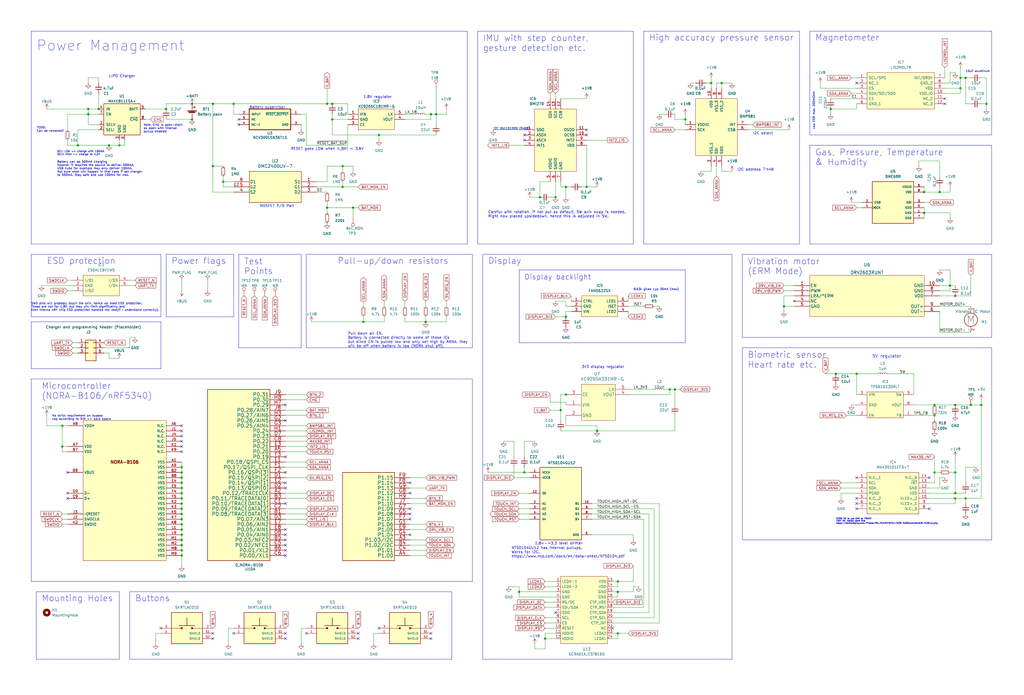
<source format=kicad_sch>
(kicad_sch (version 20230121) (generator eeschema)
  (paper "User" 500.99 340.004)
  (title_block (title "ZSWatch v2") (date "2023-01-26") (rev "0.2"))
  (junction (at 213.36 55.88))
  (junction (at 30.48 218.44))
  (junction (at 104.14 50.8))
  (junction (at 472.44 243.84))
  (junction (at 452.12 104.14))
  (junction (at 88.9 266.7))
  (junction (at 177.8 157.48))
  (junction (at 408.94 182.88))
  (junction (at 353.06 40.64))
  (junction (at 88.9 241.3))
  (junction (at 271.78 96.52))
  (junction (at 302.26 289.56))
  (junction (at 162.56 50.8))
  (junction (at 43.18 55.88))
  (junction (at 208.28 157.48))
  (junction (at 88.9 243.84))
  (junction (at 469.9 38.1))
  (junction (at 276.86 91.44))
  (junction (at 406.4 53.34))
  (junction (at 43.18 53.34))
  (junction (at 459.74 93.98))
  (junction (at 88.9 269.24))
  (junction (at 274.32 200.66))
  (junction (at 81.28 53.34))
  (junction (at 88.9 246.38))
  (junction (at 474.98 198.12))
  (junction (at 53.34 71.12))
  (junction (at 88.9 251.46))
  (junction (at 264.16 96.52))
  (junction (at 104.14 81.28))
  (junction (at 88.9 264.16))
  (junction (at 88.9 254))
  (junction (at 185.42 66.04))
  (junction (at 287.02 91.44))
  (junction (at 302.26 309.88))
  (junction (at 88.9 271.78))
  (junction (at 93.98 50.8))
  (junction (at 457.2 198.12))
  (junction (at 93.98 58.42))
  (junction (at 469.9 43.18))
  (junction (at 256.54 231.14))
  (junction (at 88.9 261.62))
  (junction (at 88.9 259.08))
  (junction (at 58.42 71.12))
  (junction (at 160.02 50.8))
  (junction (at 335.28 58.42))
  (junction (at 48.26 53.34))
  (junction (at 347.98 40.64))
  (junction (at 88.9 248.92))
  (junction (at 30.48 208.28))
  (junction (at 38.1 71.12))
  (junction (at 276.86 154.94))
  (junction (at 464.82 139.7))
  (junction (at 114.3 50.8))
  (junction (at 88.9 231.14))
  (junction (at 383.54 149.86))
  (junction (at 167.64 81.28))
  (junction (at 302.26 284.48))
  (junction (at 457.2 203.2))
  (junction (at 266.7 312.42))
  (junction (at 467.36 241.3))
  (junction (at 109.22 88.9))
  (junction (at 419.1 182.88))
  (junction (at 472.44 38.1))
  (junction (at 467.36 198.12))
  (junction (at 467.36 231.14))
  (junction (at 330.2 190.5))
  (junction (at 88.9 233.68))
  (junction (at 167.64 91.44))
  (junction (at 172.72 101.6))
  (junction (at 88.9 228.6))
  (junction (at 88.9 236.22))
  (junction (at 467.36 144.78))
  (junction (at 480.06 198.12))
  (junction (at 88.9 238.76))
  (junction (at 162.56 58.42))
  (junction (at 210.82 55.88))
  (junction (at 292.1 210.82))
  (junction (at 327.66 190.5))
  (junction (at 482.6 50.8))
  (junction (at 467.36 243.84))
  (junction (at 254 289.56))
  (junction (at 88.9 256.54))
  (junction (at 160.02 101.6))
  (junction (at 276.86 193.04))
  (junction (at 457.2 231.14))
  (junction (at 452.12 93.98))
  (no_connect (at 200.66 254))
  (no_connect (at 88.9 220.98))
  (no_connect (at 88.9 210.82))
  (no_connect (at 88.9 208.28))
  (no_connect (at 88.9 213.36))
  (no_connect (at 88.9 218.44))
  (no_connect (at 88.9 215.9))
  (no_connect (at 454.66 233.68))
  (no_connect (at 454.66 248.92))
  (no_connect (at 419.1 246.38))
  (no_connect (at 419.1 248.92))
  (no_connect (at 419.1 243.84))
  (no_connect (at 419.1 233.68))
  (no_connect (at 149.86 309.88))
  (no_connect (at 210.82 309.88))
  (no_connect (at 139.7 238.76))
  (no_connect (at 33.02 231.14))
  (no_connect (at 139.7 236.22))
  (no_connect (at 200.66 251.46))
  (no_connect (at 139.7 259.08))
  (no_connect (at 299.72 307.34))
  (no_connect (at 139.7 205.74))
  (no_connect (at 200.66 248.92))
  (no_connect (at 256.54 68.58))
  (no_connect (at 256.54 66.04))
  (no_connect (at 139.7 231.14))
  (no_connect (at 139.7 246.38))
  (no_connect (at 139.7 264.16))
  (no_connect (at 139.7 266.7))
  (no_connect (at 139.7 271.78))
  (no_connect (at 139.7 269.24))
  (no_connect (at 200.66 261.62))
  (no_connect (at 200.66 236.22))
  (no_connect (at 200.66 241.3))
  (no_connect (at 33.02 241.3))
  (no_connect (at 33.02 243.84))
  (no_connect (at 116.84 58.42))
  (no_connect (at 116.84 60.96))
  (no_connect (at 139.7 261.62))
  (no_connect (at 287.02 66.04))
  (no_connect (at 287.02 63.5))
  (no_connect (at 78.74 307.34))
  (no_connect (at 114.3 309.88))
  (no_connect (at 271.78 299.72))
  (no_connect (at 462.28 48.26))
  (no_connect (at 462.28 50.8))
  (no_connect (at 419.1 40.64))
  (no_connect (at 139.7 312.42))
  (no_connect (at 139.7 309.88))
  (no_connect (at 175.26 312.42))
  (no_connect (at 175.26 309.88))
  (no_connect (at 104.14 309.88))
  (no_connect (at 104.14 312.42))
  (no_connect (at 139.7 223.52))
  (no_connect (at 185.42 307.34))
  (no_connect (at 210.82 312.42))
  (no_connect (at 139.7 198.12))
  (wire (pts (xy 218.44 154.94) (xy 218.44 157.48)))
  (wire (pts (xy 459.74 139.7) (xy 464.82 139.7)))
  (wire (pts (xy 53.34 172.72) (xy 53.34 175.26)))
  (wire (pts (xy 264.16 88.9) (xy 264.16 96.52)))
  (polyline (pts (xy 114.3 154.94) (xy 81.28 154.94)))
  (wire (pts (xy 38.1 63.5) (xy 38.1 71.12)))
  (wire (pts (xy 53.34 175.26) (xy 58.42 175.26)))
  (wire (pts (xy 452.12 104.14) (xy 452.12 106.68)))
  (polyline (pts (xy 78.74 124.46) (xy 78.74 154.94)))
  (wire (pts (xy 182.88 309.88) (xy 182.88 314.96)))
  (polyline (pts (xy 231.14 185.42) (xy 231.14 284.48)))
  (wire (pts (xy 279.4 144.78) (xy 279.4 147.32)))
  (polyline (pts (xy 78.74 180.34) (xy 15.24 180.34)))
  (wire (pts (xy 111.76 307.34) (xy 111.76 314.96)))
  (wire (pts (xy 459.74 162.56) (xy 474.98 162.56)))
  (polyline (pts (xy 485.14 66.04) (xy 396.24 66.04)))
  (wire (pts (xy 104.14 93.98) (xy 104.14 81.28)))
  (polyline (pts (xy 116.84 170.18) (xy 116.84 124.46)))
  (wire (pts (xy 472.44 38.1) (xy 474.98 38.1)))
  (wire (pts (xy 467.36 243.84) (xy 472.44 243.84)))
  (wire (pts (xy 213.36 55.88) (xy 213.36 60.96)))
  (wire (pts (xy 266.7 284.48) (xy 271.78 284.48)))
  (wire (pts (xy 30.48 220.98) (xy 30.48 218.44)))
  (wire (pts (xy 274.32 193.04) (xy 274.32 200.66)))
  (polyline (pts (xy 17.78 289.56) (xy 58.42 289.56)))
  (wire (pts (xy 139.7 241.3) (xy 149.86 241.3)))
  (polyline (pts (xy 15.24 119.38) (xy 15.24 15.24)))
  (wire (pts (xy 299.72 289.56) (xy 302.26 289.56)))
  (wire (pts (xy 320.04 302.26) (xy 299.72 302.26)))
  (wire (pts (xy 467.36 198.12) (xy 474.98 198.12)))
  (wire (pts (xy 114.3 307.34) (xy 111.76 307.34)))
  (wire (pts (xy 464.82 35.56) (xy 467.36 35.56)))
  (wire (pts (xy 20.32 139.7) (xy 35.56 139.7)))
  (wire (pts (xy 58.42 68.58) (xy 58.42 71.12)))
  (polyline (pts (xy 147.32 170.18) (xy 116.84 170.18)))
  (wire (pts (xy 271.78 292.1) (xy 254 292.1)))
  (wire (pts (xy 353.06 40.64) (xy 358.14 40.64)))
  (wire (pts (xy 274.32 48.26) (xy 287.02 48.26)))
  (wire (pts (xy 104.14 50.8) (xy 114.3 50.8)))
  (wire (pts (xy 170.18 71.12) (xy 170.18 60.96)))
  (wire (pts (xy 43.18 38.1) (xy 48.26 38.1)))
  (wire (pts (xy 299.72 292.1) (xy 302.26 292.1)))
  (wire (pts (xy 43.18 60.96) (xy 43.18 55.88)))
  (wire (pts (xy 203.2 55.88) (xy 198.12 55.88)))
  (wire (pts (xy 467.36 231.14) (xy 467.36 241.3)))
  (polyline (pts (xy 78.74 157.48) (xy 78.74 180.34)))
  (wire (pts (xy 139.7 228.6) (xy 149.86 228.6)))
  (wire (pts (xy 254 248.92) (xy 259.08 248.92)))
  (wire (pts (xy 276.86 203.2) (xy 276.86 208.28)))
  (wire (pts (xy 35.56 167.64) (xy 38.1 167.64)))
  (polyline (pts (xy 254 132.08) (xy 335.28 132.08)))
  (wire (pts (xy 172.72 101.6) (xy 172.72 106.68)))
  (wire (pts (xy 66.04 165.1) (xy 63.5 165.1)))
  (wire (pts (xy 172.72 101.6) (xy 175.26 101.6)))
  (wire (pts (xy 63.5 139.7) (xy 66.04 139.7)))
  (polyline (pts (xy 358.14 322.58) (xy 358.14 124.46)))
  (wire (pts (xy 160.02 81.28) (xy 167.64 81.28)))
  (wire (pts (xy 88.9 236.22) (xy 88.9 238.76)))
  (wire (pts (xy 330.2 190.5) (xy 330.2 198.12)))
  (wire (pts (xy 330.2 190.5) (xy 332.74 190.5)))
  (wire (pts (xy 289.56 254) (xy 314.96 254)))
  (wire (pts (xy 198.12 154.94) (xy 198.12 157.48)))
  (wire (pts (xy 353.06 43.18) (xy 353.06 40.64)))
  (wire (pts (xy 30.48 251.46) (xy 33.02 251.46)))
  (wire (pts (xy 33.02 55.88) (xy 43.18 55.88)))
  (polyline (pts (xy 114.3 124.46) (xy 114.3 154.94)))
  (wire (pts (xy 266.7 297.18) (xy 271.78 297.18)))
  (wire (pts (xy 416.56 99.06) (xy 421.64 99.06)))
  (wire (pts (xy 88.9 264.16) (xy 88.9 266.7)))
  (polyline (pts (xy 17.78 322.58) (xy 17.78 289.56)))
  (wire (pts (xy 139.7 210.82) (xy 149.86 210.82)))
  (wire (pts (xy 43.18 53.34) (xy 43.18 55.88)))
  (wire (pts (xy 327.66 190.5) (xy 330.2 190.5)))
  (wire (pts (xy 325.12 190.5) (xy 327.66 190.5)))
  (polyline (pts (xy 309.88 119.38) (xy 233.68 119.38)))
  (wire (pts (xy 167.64 88.9) (xy 167.64 91.44)))
  (wire (pts (xy 139.7 193.04) (xy 149.86 193.04)))
  (wire (pts (xy 261.62 317.5) (xy 266.7 317.5)))
  (wire (pts (xy 276.86 91.44) (xy 279.4 91.44)))
  (wire (pts (xy 38.1 63.5) (xy 48.26 63.5)))
  (wire (pts (xy 208.28 147.32) (xy 208.28 149.86)))
  (polyline (pts (xy 220.98 289.56) (xy 63.5 289.56)))
  (wire (pts (xy 388.62 144.78) (xy 383.54 144.78)))
  (wire (pts (xy 88.9 248.92) (xy 88.9 251.46)))
  (wire (pts (xy 104.14 81.28) (xy 109.22 81.28)))
  (wire (pts (xy 33.02 68.58) (xy 33.02 71.12)))
  (wire (pts (xy 177.8 147.32) (xy 177.8 149.86)))
  (polyline (pts (xy 363.22 124.46) (xy 363.22 165.1)))
  (wire (pts (xy 63.5 170.18) (xy 50.8 170.18)))
  (wire (pts (xy 406.4 48.26) (xy 419.1 48.26)))
  (wire (pts (xy 416.56 45.72) (xy 419.1 45.72)))
  (wire (pts (xy 454.66 246.38) (xy 467.36 246.38)))
  (wire (pts (xy 48.26 53.34) (xy 43.18 53.34)))
  (wire (pts (xy 457.2 198.12) (xy 467.36 198.12)))
  (polyline (pts (xy 231.14 284.48) (xy 15.24 284.48)))
  (polyline (pts (xy 314.96 15.24) (xy 314.96 119.38)))
  (wire (pts (xy 147.32 55.88) (xy 149.86 55.88)))
  (wire (pts (xy 198.12 157.48) (xy 208.28 157.48)))
  (wire (pts (xy 147.32 60.96) (xy 147.32 63.5)))
  (wire (pts (xy 218.44 157.48) (xy 208.28 157.48)))
  (wire (pts (xy 452.12 91.44) (xy 452.12 93.98)))
  (wire (pts (xy 279.4 149.86) (xy 276.86 149.86)))
  (wire (pts (xy 185.42 66.04) (xy 213.36 66.04)))
  (polyline (pts (xy 396.24 71.12) (xy 396.24 119.38)))
  (wire (pts (xy 322.58 55.88) (xy 325.12 55.88)))
  (wire (pts (xy 309.88 276.86) (xy 309.88 284.48)))
  (wire (pts (xy 274.32 88.9) (xy 274.32 91.44)))
  (wire (pts (xy 88.9 228.6) (xy 88.9 231.14)))
  (wire (pts (xy 320.04 149.86) (xy 322.58 149.86)))
  (polyline (pts (xy 309.88 15.24) (xy 309.88 119.38)))
  (wire (pts (xy 472.44 243.84) (xy 480.06 243.84)))
  (wire (pts (xy 353.06 81.28) (xy 353.06 83.82)))
  (wire (pts (xy 276.86 147.32) (xy 271.78 147.32)))
  (wire (pts (xy 469.9 45.72) (xy 469.9 43.18)))
  (wire (pts (xy 289.56 246.38) (xy 322.58 246.38)))
  (wire (pts (xy 88.9 254) (xy 88.9 256.54)))
  (wire (pts (xy 63.5 165.1) (xy 63.5 170.18)))
  (wire (pts (xy 152.4 157.48) (xy 177.8 157.48)))
  (polyline (pts (xy 231.14 185.42) (xy 15.24 185.42)))
  (wire (pts (xy 170.18 50.8) (xy 162.56 50.8)))
  (polyline (pts (xy 233.68 15.24) (xy 309.88 15.24)))
  (wire (pts (xy 312.42 287.02) (xy 309.88 287.02)))
  (wire (pts (xy 254 251.46) (xy 259.08 251.46)))
  (polyline (pts (xy 391.16 119.38) (xy 314.96 119.38)))
  (wire (pts (xy 457.2 203.2) (xy 457.2 205.74)))
  (wire (pts (xy 50.8 172.72) (xy 53.34 172.72)))
  (wire (pts (xy 88.9 246.38) (xy 88.9 248.92)))
  (wire (pts (xy 88.9 256.54) (xy 88.9 259.08)))
  (wire (pts (xy 330.2 63.5) (xy 335.28 63.5)))
  (polyline (pts (xy 363.22 170.18) (xy 485.14 170.18)))
  (wire (pts (xy 266.7 309.88) (xy 271.78 309.88)))
  (wire (pts (xy 279.4 152.4) (xy 276.86 152.4)))
  (wire (pts (xy 309.88 289.56) (xy 302.26 289.56)))
  (wire (pts (xy 114.3 55.88) (xy 114.3 50.8)))
  (wire (pts (xy 71.12 53.34) (xy 81.28 53.34)))
  (wire (pts (xy 447.04 182.88) (xy 447.04 193.04)))
  (polyline (pts (xy 335.28 132.08) (xy 335.28 167.64)))
  (wire (pts (xy 480.06 50.8) (xy 482.6 50.8)))
  (wire (pts (xy 459.74 91.44) (xy 459.74 93.98)))
  (wire (pts (xy 467.36 241.3) (xy 472.44 241.3)))
  (wire (pts (xy 160.02 99.06) (xy 160.02 101.6)))
  (wire (pts (xy 154.94 91.44) (xy 167.64 91.44)))
  (polyline (pts (xy 254 132.08) (xy 254 167.64)))
  (wire (pts (xy 271.78 154.94) (xy 276.86 154.94)))
  (wire (pts (xy 411.48 236.22) (xy 419.1 236.22)))
  (wire (pts (xy 33.02 71.12) (xy 38.1 71.12)))
  (wire (pts (xy 109.22 88.9) (xy 109.22 91.44)))
  (wire (pts (xy 464.82 106.68) (xy 464.82 104.14)))
  (wire (pts (xy 30.48 218.44) (xy 33.02 218.44)))
  (wire (pts (xy 330.2 55.88) (xy 330.2 58.42)))
  (polyline (pts (xy 81.28 154.94) (xy 81.28 124.46)))
  (wire (pts (xy 347.98 38.1) (xy 347.98 40.64)))
  (wire (pts (xy 419.1 182.88) (xy 429.26 182.88)))
  (wire (pts (xy 480.06 38.1) (xy 482.6 38.1)))
  (polyline (pts (xy 335.28 167.64) (xy 254 167.64)))
  (wire (pts (xy 467.36 243.84) (xy 467.36 246.38)))
  (wire (pts (xy 330.2 58.42) (xy 335.28 58.42)))
  (wire (pts (xy 271.78 45.72) (xy 271.78 48.26)))
  (wire (pts (xy 317.5 299.72) (xy 299.72 299.72)))
  (polyline (pts (xy 485.14 124.46) (xy 363.22 124.46)))
  (wire (pts (xy 289.56 261.62) (xy 309.88 261.62)))
  (polyline (pts (xy 228.6 119.38) (xy 15.24 119.38)))
  (wire (pts (xy 416.56 198.12) (xy 419.1 198.12)))
  (wire (pts (xy 43.18 40.64) (xy 43.18 38.1)))
  (wire (pts (xy 22.86 208.28) (xy 30.48 208.28)))
  (wire (pts (xy 200.66 243.84) (xy 208.28 243.84)))
  (wire (pts (xy 365.76 60.96) (xy 368.3 60.96)))
  (wire (pts (xy 419.1 241.3) (xy 411.48 241.3)))
  (wire (pts (xy 452.12 99.06) (xy 454.66 99.06)))
  (wire (pts (xy 307.34 149.86) (xy 314.96 149.86)))
  (wire (pts (xy 33.02 137.16) (xy 35.56 137.16)))
  (wire (pts (xy 411.48 241.3) (xy 411.48 243.84)))
  (wire (pts (xy 459.74 149.86) (xy 474.98 149.86)))
  (wire (pts (xy 160.02 43.18) (xy 160.02 50.8)))
  (wire (pts (xy 287.02 91.44) (xy 287.02 71.12)))
  (wire (pts (xy 269.24 193.04) (xy 269.24 196.85)))
  (polyline (pts (xy 236.22 124.46) (xy 236.22 322.58)))
  (wire (pts (xy 35.56 172.72) (xy 38.1 172.72)))
  (wire (pts (xy 200.66 233.68) (xy 208.28 233.68)))
  (wire (pts (xy 482.6 38.1) (xy 482.6 50.8)))
  (wire (pts (xy 254 292.1) (xy 254 289.56)))
  (wire (pts (xy 246.38 215.9) (xy 251.46 215.9)))
  (wire (pts (xy 172.72 81.28) (xy 167.64 81.28)))
  (wire (pts (xy 459.74 132.08) (xy 464.82 132.08)))
  (wire (pts (xy 43.18 60.96) (xy 48.26 60.96)))
  (wire (pts (xy 419.1 101.6) (xy 421.64 101.6)))
  (wire (pts (xy 88.9 269.24) (xy 88.9 271.78)))
  (wire (pts (xy 139.7 226.06) (xy 149.86 226.06)))
  (wire (pts (xy 218.44 55.88) (xy 218.44 53.34)))
  (wire (pts (xy 457.2 231.14) (xy 457.2 236.22)))
  (wire (pts (xy 350.52 81.28) (xy 350.52 86.36)))
  (polyline (pts (xy 485.14 15.24) (xy 485.14 66.04)))
  (wire (pts (xy 388.62 149.86) (xy 383.54 149.86)))
  (wire (pts (xy 170.18 58.42) (xy 162.56 58.42)))
  (wire (pts (xy 22.86 203.2) (xy 22.86 208.28)))
  (wire (pts (xy 274.32 193.04) (xy 276.86 193.04)))
  (wire (pts (xy 200.66 266.7) (xy 208.28 266.7)))
  (polyline (pts (xy 236.22 322.58) (xy 358.14 322.58)))
  (wire (pts (xy 269.24 45.72) (xy 269.24 48.26)))
  (wire (pts (xy 472.44 236.22) (xy 472.44 228.6)))
  (wire (pts (xy 302.26 309.88) (xy 307.34 309.88)))
  (wire (pts (xy 469.9 38.1) (xy 472.44 38.1)))
  (wire (pts (xy 459.74 142.24) (xy 464.82 142.24)))
  (wire (pts (xy 139.7 251.46) (xy 149.86 251.46)))
  (wire (pts (xy 198.12 58.42) (xy 210.82 58.42)))
  (polyline (pts (xy 314.96 15.24) (xy 391.16 15.24)))
  (wire (pts (xy 408.94 182.88) (xy 419.1 182.88)))
  (wire (pts (xy 139.7 243.84) (xy 149.86 243.84)))
  (wire (pts (xy 101.6 137.16) (xy 101.6 142.24)))
  (wire (pts (xy 289.56 248.92) (xy 320.04 248.92)))
  (wire (pts (xy 383.54 144.78) (xy 383.54 149.86)))
  (polyline (pts (xy 15.24 157.48) (xy 78.74 157.48)))
  (wire (pts (xy 177.8 154.94) (xy 177.8 157.48)))
  (polyline (pts (xy 116.84 124.46) (xy 147.32 124.46)))
  (wire (pts (xy 38.1 71.12) (xy 53.34 71.12)))
  (wire (pts (xy 472.44 228.6) (xy 477.52 228.6)))
  (wire (pts (xy 241.3 63.5) (xy 256.54 63.5)))
  (wire (pts (xy 200.66 259.08) (xy 208.28 259.08)))
  (wire (pts (xy 467.36 223.52) (xy 467.36 231.14)))
  (polyline (pts (xy 485.14 119.38) (xy 396.24 119.38)))
  (polyline (pts (xy 220.98 322.58) (xy 63.5 322.58)))
  (wire (pts (xy 30.48 256.54) (xy 33.02 256.54)))
  (polyline (pts (xy 485.14 71.12) (xy 485.14 119.38)))
  (wire (pts (xy 88.9 238.76) (xy 88.9 241.3)))
  (wire (pts (xy 287.02 91.44) (xy 292.1 91.44)))
  (wire (pts (xy 414.02 203.2) (xy 419.1 203.2)))
  (wire (pts (xy 322.58 246.38) (xy 322.58 304.8)))
  (polyline (pts (xy 15.24 180.34) (xy 15.24 157.48)))
  (wire (pts (xy 309.88 261.62) (xy 309.88 264.16)))
  (polyline (pts (xy 231.14 170.18) (xy 231.14 124.46)))
  (wire (pts (xy 271.78 96.52) (xy 269.24 96.52)))
  (wire (pts (xy 160.02 50.8) (xy 162.56 50.8)))
  (polyline (pts (xy 231.14 124.46) (xy 149.86 124.46)))
  (wire (pts (xy 30.48 218.44) (xy 30.48 208.28)))
  (wire (pts (xy 256.54 228.6) (xy 256.54 231.14)))
  (wire (pts (xy 462.28 45.72) (xy 469.9 45.72)))
  (wire (pts (xy 276.86 196.85) (xy 276.86 198.12)))
  (wire (pts (xy 419.1 182.88) (xy 419.1 193.04)))
  (wire (pts (xy 254 289.56) (xy 271.78 289.56)))
  (wire (pts (xy 266.7 294.64) (xy 271.78 294.64)))
  (wire (pts (xy 365.76 63.5) (xy 386.08 63.5)))
  (wire (pts (xy 308.61 193.04) (xy 327.66 193.04)))
  (wire (pts (xy 302.26 284.48) (xy 309.88 284.48)))
  (wire (pts (xy 464.82 139.7) (xy 467.36 139.7)))
  (wire (pts (xy 162.56 58.42) (xy 162.56 66.04)))
  (wire (pts (xy 187.96 157.48) (xy 177.8 157.48)))
  (wire (pts (xy 160.02 93.98) (xy 154.94 93.98)))
  (wire (pts (xy 248.92 71.12) (xy 256.54 71.12)))
  (wire (pts (xy 251.46 228.6) (xy 251.46 233.68)))
  (wire (pts (xy 88.9 271.78) (xy 88.9 276.86)))
  (wire (pts (xy 139.7 248.92) (xy 149.86 248.92)))
  (wire (pts (xy 350.52 40.64) (xy 353.06 40.64)))
  (wire (pts (xy 139.7 254) (xy 149.86 254)))
  (wire (pts (xy 238.76 231.14) (xy 256.54 231.14)))
  (wire (pts (xy 266.7 302.26) (xy 271.78 302.26)))
  (wire (pts (xy 401.32 40.64) (xy 401.32 43.18)))
  (wire (pts (xy 33.02 220.98) (xy 30.48 220.98)))
  (wire (pts (xy 462.28 43.18) (xy 469.9 43.18)))
  (wire (pts (xy 287.02 68.58) (xy 297.18 68.58)))
  (polyline (pts (xy 15.24 185.42) (xy 15.24 284.48)))
  (wire (pts (xy 254 254) (xy 259.08 254)))
  (wire (pts (xy 149.86 55.88) (xy 149.86 71.12)))
  (wire (pts (xy 200.66 271.78) (xy 208.28 271.78)))
  (polyline (pts (xy 15.24 124.46) (xy 78.74 124.46)))
  (wire (pts (xy 308.61 190.5) (xy 320.04 190.5)))
  (wire (pts (xy 200.66 256.54) (xy 208.28 256.54)))
  (wire (pts (xy 292.1 210.82) (xy 330.2 210.82)))
  (polyline (pts (xy 363.22 170.18) (xy 363.22 264.16)))
  (wire (pts (xy 261.62 317.5) (xy 261.62 314.96)))
  (wire (pts (xy 347.98 43.18) (xy 347.98 40.64)))
  (wire (pts (xy 459.74 93.98) (xy 452.12 93.98)))
  (polyline (pts (xy 396.24 15.24) (xy 396.24 66.04)))
  (wire (pts (xy 307.34 154.94) (xy 307.34 152.4)))
  (wire (pts (xy 269.24 196.85) (xy 276.86 196.85)))
  (wire (pts (xy 88.9 231.14) (xy 88.9 233.68)))
  (wire (pts (xy 139.7 208.28) (xy 149.86 208.28)))
  (wire (pts (xy 266.7 309.88) (xy 266.7 312.42)))
  (wire (pts (xy 81.28 58.42) (xy 93.98 58.42)))
  (wire (pts (xy 383.54 149.86) (xy 383.54 152.4)))
  (wire (pts (xy 454.66 238.76) (xy 459.74 238.76)))
  (wire (pts (xy 109.22 91.44) (xy 114.3 91.44)))
  (wire (pts (xy 434.34 182.88) (xy 447.04 182.88)))
  (wire (pts (xy 200.66 246.38) (xy 208.28 246.38)))
  (wire (pts (xy 259.08 96.52) (xy 264.16 96.52)))
  (wire (pts (xy 449.58 78.74) (xy 459.74 78.74)))
  (wire (pts (xy 22.86 53.34) (xy 43.18 53.34)))
  (wire (pts (xy 401.32 43.18) (xy 419.1 43.18)))
  (wire (pts (xy 172.72 83.82) (xy 172.72 81.28)))
  (wire (pts (xy 266.7 307.34) (xy 271.78 307.34)))
  (wire (pts (xy 302.26 292.1) (xy 302.26 289.56)))
  (wire (pts (xy 320.04 248.92) (xy 320.04 302.26)))
  (wire (pts (xy 309.88 287.02) (xy 309.88 289.56)))
  (wire (pts (xy 454.66 236.22) (xy 457.2 236.22)))
  (wire (pts (xy 474.98 144.78) (xy 474.98 134.62)))
  (wire (pts (xy 347.98 83.82) (xy 342.9 83.82)))
  (wire (pts (xy 139.7 215.9) (xy 149.86 215.9)))
  (wire (pts (xy 459.74 78.74) (xy 459.74 86.36)))
  (wire (pts (xy 289.56 251.46) (xy 317.5 251.46)))
  (wire (pts (xy 187.96 154.94) (xy 187.96 157.48)))
  (wire (pts (xy 447.04 198.12) (xy 457.2 198.12)))
  (wire (pts (xy 459.74 238.76) (xy 459.74 233.68)))
  (polyline (pts (xy 147.32 124.46) (xy 147.32 170.18)))
  (polyline (pts (xy 485.14 124.46) (xy 485.14 165.1)))
  (wire (pts (xy 335.28 58.42) (xy 335.28 60.96)))
  (polyline (pts (xy 358.14 124.46) (xy 236.22 124.46)))
  (wire (pts (xy 276.86 193.04) (xy 278.13 193.04)))
  (wire (pts (xy 299.72 297.18) (xy 314.96 297.18)))
  (wire (pts (xy 256.54 215.9) (xy 261.62 215.9)))
  (wire (pts (xy 218.44 147.32) (xy 218.44 149.86)))
  (wire (pts (xy 208.28 154.94) (xy 208.28 157.48)))
  (wire (pts (xy 464.82 142.24) (xy 464.82 139.7)))
  (wire (pts (xy 251.46 233.68) (xy 259.08 233.68)))
  (wire (pts (xy 480.06 195.58) (xy 480.06 198.12)))
  (wire (pts (xy 109.22 88.9) (xy 114.3 88.9)))
  (wire (pts (xy 88.9 226.06) (xy 88.9 228.6)))
  (polyline (pts (xy 15.24 15.24) (xy 228.6 15.24)))
  (wire (pts (xy 469.9 43.18) (xy 469.9 38.1)))
  (wire (pts (xy 274.32 91.44) (xy 276.86 91.44)))
  (polyline (pts (xy 58.42 289.56) (xy 58.42 322.58)))
  (wire (pts (xy 459.74 231.14) (xy 457.2 231.14)))
  (wire (pts (xy 254 246.38) (xy 259.08 246.38)))
  (wire (pts (xy 480.06 198.12) (xy 480.06 243.84)))
  (wire (pts (xy 93.98 50.8) (xy 104.14 50.8)))
  (wire (pts (xy 464.82 91.44) (xy 464.82 93.98)))
  (polyline (pts (xy 149.86 170.18) (xy 231.14 170.18)))
  (wire (pts (xy 139.7 218.44) (xy 149.86 218.44)))
  (wire (pts (xy 139.7 256.54) (xy 149.86 256.54)))
  (polyline (pts (xy 485.14 170.18) (xy 485.14 264.16)))
  (wire (pts (xy 48.26 40.64) (xy 48.26 38.1)))
  (wire (pts (xy 160.02 101.6) (xy 160.02 104.14)))
  (wire (pts (xy 81.28 50.8) (xy 93.98 50.8)))
  (wire (pts (xy 406.4 53.34) (xy 419.1 53.34)))
  (wire (pts (xy 472.44 50.8) (xy 474.98 50.8)))
  (wire (pts (xy 114.3 50.8) (xy 160.02 50.8)))
  (wire (pts (xy 299.72 312.42) (xy 302.26 312.42)))
  (wire (pts (xy 327.66 193.04) (xy 327.66 190.5)))
  (wire (pts (xy 139.7 203.2) (xy 149.86 203.2)))
  (wire (pts (xy 269.24 88.9) (xy 264.16 88.9)))
  (wire (pts (xy 170.18 55.88) (xy 170.18 50.8)))
  (wire (pts (xy 299.72 304.8) (xy 322.58 304.8)))
  (polyline (pts (xy 391.16 15.24) (xy 391.16 119.38)))
  (wire (pts (xy 104.14 50.8) (xy 104.14 81.28)))
  (wire (pts (xy 347.98 81.28) (xy 347.98 83.82)))
  (polyline (pts (xy 396.24 71.12) (xy 485.14 71.12)))
  (wire (pts (xy 63.5 137.16) (xy 66.04 137.16)))
  (polyline (pts (xy 363.22 165.1) (xy 485.14 165.1)))
  (wire (pts (xy 88.9 241.3) (xy 88.9 243.84)))
  (wire (pts (xy 187.96 147.32) (xy 187.96 149.86)))
  (wire (pts (xy 299.72 309.88) (xy 302.26 309.88)))
  (wire (pts (xy 454.66 241.3) (xy 467.36 241.3)))
  (wire (pts (xy 459.74 93.98) (xy 464.82 93.98)))
  (wire (pts (xy 457.2 223.52) (xy 457.2 231.14)))
  (wire (pts (xy 411.48 238.76) (xy 419.1 238.76)))
  (polyline (pts (xy 233.68 15.24) (xy 233.68 119.38)))
  (wire (pts (xy 73.66 58.42) (xy 71.12 58.42)))
  (wire (pts (xy 160.02 88.9) (xy 154.94 88.9)))
  (wire (pts (xy 276.86 152.4) (xy 276.86 154.94)))
  (wire (pts (xy 160.02 101.6) (xy 172.72 101.6)))
  (wire (pts (xy 149.86 307.34) (xy 147.32 307.34)))
  (polyline (pts (xy 396.24 15.24) (xy 485.14 15.24)))
  (wire (pts (xy 254 287.02) (xy 254 289.56)))
  (wire (pts (xy 299.72 287.02) (xy 302.26 287.02)))
  (wire (pts (xy 266.7 317.5) (xy 266.7 312.42)))
  (wire (pts (xy 266.7 312.42) (xy 271.78 312.42)))
  (wire (pts (xy 467.36 144.78) (xy 474.98 144.78)))
  (wire (pts (xy 462.28 33.02) (xy 462.28 38.1)))
  (wire (pts (xy 350.52 43.18) (xy 350.52 40.64)))
  (polyline (pts (xy 81.28 124.46) (xy 114.3 124.46)))
  (wire (pts (xy 182.88 309.88) (xy 185.42 309.88)))
  (polyline (pts (xy 15.24 154.94) (xy 15.24 124.46)))
  (wire (pts (xy 251.46 215.9) (xy 251.46 223.52)))
  (polyline (pts (xy 485.14 264.16) (xy 363.22 264.16)))
  (wire (pts (xy 30.48 208.28) (xy 33.02 208.28)))
  (wire (pts (xy 76.2 309.88) (xy 78.74 309.88)))
  (wire (pts (xy 347.98 40.64) (xy 345.44 40.64)))
  (wire (pts (xy 459.74 144.78) (xy 467.36 144.78)))
  (wire (pts (xy 474.98 198.12) (xy 480.06 198.12)))
  (wire (pts (xy 274.32 210.82) (xy 292.1 210.82)))
  (wire (pts (xy 33.02 63.5) (xy 33.02 55.88)))
  (wire (pts (xy 162.56 55.88) (xy 162.56 58.42)))
  (wire (pts (xy 200.66 238.76) (xy 208.28 238.76)))
  (wire (pts (xy 167.64 83.82) (xy 167.64 81.28)))
  (wire (pts (xy 213.36 55.88) (xy 218.44 55.88)))
  (wire (pts (xy 353.06 83.82) (xy 358.14 83.82)))
  (wire (pts (xy 472.44 243.84) (xy 472.44 246.38)))
  (polyline (pts (xy 149.86 124.46) (xy 149.86 170.18)))
  (wire (pts (xy 464.82 231.14) (xy 467.36 231.14)))
  (wire (pts (xy 330.2 203.2) (xy 330.2 210.82)))
  (wire (pts (xy 337.82 40.64) (xy 340.36 40.64)))
  (wire (pts (xy 104.14 93.98) (xy 114.3 93.98)))
  (wire (pts (xy 462.28 40.64) (xy 464.82 40.64)))
  (wire (pts (xy 33.02 142.24) (xy 35.56 142.24)))
  (wire (pts (xy 35.56 170.18) (xy 38.1 170.18)))
  (wire (pts (xy 149.86 71.12) (xy 170.18 71.12)))
  (wire (pts (xy 185.42 66.04) (xy 185.42 68.58)))
  (wire (pts (xy 254 241.3) (xy 259.08 241.3)))
  (polyline (pts (xy 220.98 289.56) (xy 220.98 322.58)))
  (wire (pts (xy 276.86 91.44) (xy 276.86 96.52)))
  (wire (pts (xy 302.26 287.02) (xy 302.26 284.48)))
  (wire (pts (xy 464.82 104.14) (xy 452.12 104.14)))
  (wire (pts (xy 454.66 243.84) (xy 467.36 243.84)))
  (wire (pts (xy 302.26 284.48) (xy 299.72 284.48)))
  (wire (pts (xy 464.82 132.08) (xy 464.82 139.7)))
  (wire (pts (xy 200.66 264.16) (xy 208.28 264.16)))
  (wire (pts (xy 48.26 53.34) (xy 48.26 45.72)))
  (wire (pts (xy 248.92 287.02) (xy 254 287.02)))
  (wire (pts (xy 114.3 55.88) (xy 116.84 55.88)))
  (wire (pts (xy 88.9 243.84) (xy 88.9 246.38)))
  (wire (pts (xy 88.9 251.46) (xy 88.9 254)))
  (wire (pts (xy 88.9 233.68) (xy 88.9 236.22)))
  (wire (pts (xy 452.12 101.6) (xy 452.12 104.14)))
  (wire (pts (xy 139.7 200.66) (xy 149.86 200.66)))
  (wire (pts (xy 284.48 91.44) (xy 287.02 91.44)))
  (wire (pts (xy 482.6 53.34) (xy 482.6 50.8)))
  (wire (pts (xy 449.58 81.28) (xy 449.58 78.74)))
  (polyline (pts (xy 63.5 289.56) (xy 63.5 322.58)))
  (wire (pts (xy 88.9 137.16) (xy 88.9 142.24)))
  (wire (pts (xy 167.64 91.44) (xy 175.26 91.44)))
  (wire (pts (xy 88.9 266.7) (xy 88.9 269.24)))
  (wire (pts (xy 30.48 254) (xy 33.02 254)))
  (wire (pts (xy 314.96 254) (xy 314.96 297.18)))
  (wire (pts (xy 139.7 213.36) (xy 149.86 213.36)))
  (polyline (pts (xy 58.42 322.58) (xy 17.78 322.58)))
  (wire (pts (xy 276.86 208.28) (xy 292.1 208.28)))
  (wire (pts (xy 266.7 304.8) (xy 271.78 304.8)))
  (wire (pts (xy 60.96 68.58) (xy 60.96 71.12)))
  (polyline (pts (xy 78.74 154.94) (xy 15.24 154.94)))
  (wire (pts (xy 162.56 66.04) (xy 185.42 66.04)))
  (wire (pts (xy 459.74 152.4) (xy 459.74 162.56)))
  (wire (pts (xy 469.9 38.1) (xy 469.9 33.02)))
  (wire (pts (xy 256.54 223.52) (xy 256.54 215.9)))
  (wire (pts (xy 383.54 139.7) (xy 388.62 139.7)))
  (wire (pts (xy 472.44 38.1) (xy 472.44 50.8)))
  (wire (pts (xy 459.74 233.68) (xy 462.28 233.68)))
  (polyline (pts (xy 228.6 15.24) (xy 228.6 119.38)))
  (wire (pts (xy 200.66 269.24) (xy 208.28 269.24)))
  (wire (pts (xy 271.78 88.9) (xy 271.78 96.52)))
  (wire (pts (xy 210.82 58.42) (xy 210.82 55.88)))
  (wire (pts (xy 276.86 149.86) (xy 276.86 147.32)))
  (wire (pts (xy 81.28 53.34) (xy 81.28 50.8)))
  (wire (pts (xy 464.82 40.64) (xy 464.82 35.56)))
  (wire (pts (xy 88.9 259.08) (xy 88.9 261.62)))
  (wire (pts (xy 139.7 220.98) (xy 149.86 220.98)))
  (wire (pts (xy 335.28 55.88) (xy 335.28 58.42)))
  (wire (pts (xy 43.18 55.88) (xy 48.26 55.88)))
  (wire (pts (xy 88.9 261.62) (xy 88.9 264.16)))
  (wire (pts (xy 307.34 144.78) (xy 307.34 147.32)))
  (wire (pts (xy 403.86 182.88) (xy 408.94 182.88)))
  (wire (pts (xy 147.32 307.34) (xy 147.32 314.96)))
  (wire (pts (xy 213.36 43.18) (xy 213.36 55.88)))
  (wire (pts (xy 160.02 81.28) (xy 160.02 88.9)))
  (wire (pts (xy 139.7 233.68) (xy 149.86 233.68)))
  (wire (pts (xy 419.1 50.8) (xy 419.1 53.34)))
  (wire (pts (xy 416.56 38.1) (xy 419.1 38.1)))
  (wire (pts (xy 210.82 55.88) (xy 213.36 55.88)))
  (wire (pts (xy 302.26 312.42) (xy 302.26 309.88)))
  (wire (pts (xy 109.22 86.36) (xy 109.22 88.9)))
  (wire (pts (xy 256.54 231.14) (xy 259.08 231.14)))
  (wire (pts (xy 60.96 71.12) (xy 58.42 71.12)))
  (wire (pts (xy 383.54 142.24) (xy 388.62 142.24)))
  (wire (pts (xy 266.7 287.02) (xy 271.78 287.02)))
  (wire (pts (xy 447.04 203.2) (xy 457.2 203.2)))
  (wire (pts (xy 198.12 147.32) (xy 198.12 149.86)))
  (wire (pts (xy 317.5 251.46) (xy 317.5 299.72)))
  (wire (pts (xy 208.28 55.88) (xy 210.82 55.88)))
  (wire (pts (xy 76.2 309.88) (xy 76.2 314.96)))
  (wire (pts (xy 292.1 208.28) (xy 292.1 210.82)))
  (wire (pts (xy 406.4 53.34) (xy 406.4 55.88)))
  (wire (pts (xy 53.34 71.12) (xy 58.42 71.12)))
  (wire (pts (xy 274.32 205.74) (xy 274.32 200.66)))
  (wire (pts (xy 269.24 200.66) (xy 274.32 200.66)))
  (wire (pts (xy 139.7 195.58) (xy 149.86 195.58)))
  (text "Test\nPoints\n" (at 119.38 134.62 0) (effects (font (size 3 3)) (justify left bottom)))
  (text "Display backlight" (at 256.54 137.16 0) (effects (font (size 2.5 2.5)) (justify left bottom)))
  (text "Battery can do 500mA charging\nhowever it requires the source to deliver 500mA.\nUSB hubs for example may only deliver 100mA.\nNot sure what will happen in that case if set charger\nto 500mA. Stay safe and use 100mA for now." (at 27.94 86.36 0) (effects (font (size 1 1)) (justify left bottom)))
  (text "1.8<->3.3 level shifter" (at 261.62 266.7 0) (effects (font (size 1.27 1.27)) (justify left bottom)))
  (text "I2C select" (at 368.3 66.04 0) (effects (font (size 1.27 1.27)) (justify left bottom)))
  (text "Biometric sensor\nHeart rate etc." (at 365.76 180.34 0) (effects (font (size 3 3)) (justify left bottom)))
  (text "Gas, Pressure, Temperature\n& Humidity" (at 398.78 81.28 0) (effects (font (size 3 3)) (justify left bottom)))
  (text "High accuracy pressure sensor" (at 317.5 20.32 0) (effects (font (size 3 3)) (justify left bottom)))
  (text "3V3 display regulator" (at 284.48 180.34 0) (effects (font (size 1.27 1.27)) (justify left bottom)))
  (text "Pull-up/down resistors" (at 165.1 129.54 0) (effects (font (size 3 3)) (justify left bottom)))
  (text "MOSFET P/N Pair" (at 127 101.6 0) (effects (font (size 1.27 1.27)) (justify left bottom)))
  (text "Power Management" (at 17.78 25.4 0) (effects (font (size 5 5)) (justify left bottom)))
  (text "SELI LOW => charge with 100mA\nSELV HIGH => charge to 4.2V" (at 27.94 76.2 0) (effects (font (size 0.9 0.9)) (justify left bottom)))
  (text "Battery supervisor" (at 121.92 53.34 0) (effects (font (size 1.27 1.27)) (justify left bottom)))
  (text "RESET goes LOW when V_BAT < 3.6V" (at 142.24 73.66 0) (effects (font (size 1.27 1.27)) (justify left bottom)))
  (text "I2C address 7'h46" (at 360.68 83.82 0) (effects (font (size 1.27 1.27)) (justify left bottom)))
  (text "Low ESR mac 200mOhm" (at 398.78 63.5 90) (effects (font (size 1 1)) (justify left bottom)))
  (text "_{I2C 0b1101000 (0x68)}" (at 241.3 63.5 0) (effects (font (size 1.27 1.27)) (justify left bottom)))
  (text "NTS0104GU12 has internal pullups.\nWorks for I2C.\nhttps://www.nxp.com/docs/en/data-sheet/NTS0104.pdf" (at 250.19 273.05 0) (effects (font (size 1.27 1.27)) (justify left bottom)))
  (text "TODO:\nCan be removed?" (at 17.9279 64.7901 0) (effects (font (size 1 1)) (justify left bottom)))
  (text "Buttons" (at 66.04 294.64 0) (effects (font (size 3 3)) (justify left bottom)))
  (text "Microcontroller\n(NORA-B106/nRF5340)" (at 20.32 195.58 0) (effects (font (size 3 3)) (justify left bottom)))
  (text "TODO: OK to use GND as PGND?\nTheir ref. design does that\nhttps://media.digikey.com/Photos/RDL/MAXREFDES117%20-%20Schematic%20-%20Full.png" (at 408.94 256.54 0) (effects (font (size 0.7 0.7)) (justify left bottom)))
  (text "Note, CHG is open-drain\nso open with internal\npullup enabled" (at 70.1523 65.0723 0) (effects (font (size 1 1)) (justify left bottom)))
  (text "No strict requirement on bypass\ncap accoridng to SIM => save space" (at 25.4 205.74 0) (effects (font (size 1 1)) (justify left bottom)))
  (text "Power flags" (at 83.82 129.54 0) (effects (font (size 3 3)) (justify left bottom)))
  (text "9.53k gives I_{LED} 30mA (max)" (at 309.88 142.24 0) (effects (font (size 1 1)) (justify left bottom)))
  (text "Magnetometer" (at 398.78 20.32 0) (effects (font (size 3 3)) (justify left bottom)))
  (text "SWD pins will probably touch the skin, hence we need ESD protection.\nThose are not for 1.8V, but they will limit significatnly and\nthen interna nRF chip ESD protection handles the rest(if I understand correctly)." (at 15.24 152.4 0) (effects (font (size 1 1)) (justify left bottom)))
  (text "Pull down all EN.\nBattery is connected directly to some of those ICs\nbut since EN is pulled low and only set high by ANNA, they\nwill be off when battery is low (NORA shut off)." (at 170.18 170.18 0) (effects (font (size 1.27 1.27)) (justify left bottom)))
  (text "Careful with rotation, if not put as default, SW axix swap is needed.\nRight now placed upsidedown, hence this is adjusted in SW." (at 238.76 106.68 0) (effects (font (size 1.27 1.27)) (justify left bottom)))
  (text "IMU with step counter,\ngesture detection etc." (at 236.22 25.4 0) (effects (font (size 3 3)) (justify left bottom)))
  (text "LIPO Charger" (at 53.34 38.1 0) (effects (font (size 1.27 1.27)) (justify left bottom)))
  (text "5V regulator" (at 426.72 175.26 0) (effects (font (size 1.5 1.5)) (justify left bottom)))
  (text "ESD protection" (at 22.86 129.54 0) (effects (font (size 3 3)) (justify left bottom)))
  (text "Vibration motor\n(ERM Mode)" (at 365.76 134.62 0) (effects (font (size 3 3)) (justify left bottom)))
  (text "Mounting Holes" (at 20.32 294.64 0) (effects (font (size 3 3)) (justify left bottom)))
  (text "Display" (at 238.76 129.54 0) (effects (font (size 3 3)) (justify left bottom)))
  (text "10uF aluminum" (at 472.44 35.56 0) (effects (font (size 1 1)) (justify left bottom)))
  (text "1.8V regulator" (at 177.8 48.26 0) (effects (font (size 1.27 1.27)) (justify left bottom)))
  (label "ISET" (at 309.88 149.86 0))
  (label "LX_18" (at 198.12 55.88 0))
  (label "MOTOR_OUT-" (at 459.74 162.56 0))
  (label "TOUCH_HIGH_SDA-SCL" (at 292.025 251.46 0))
  (label "LX_3V3" (at 309.88 190.5 0))
  (label "TOUCH_HIGH_RST-SDA" (at 292.1 254 0))
  (label "TOUCH_HIGH_INT-DC" (at 292.1 246.38 0))
  (label "~{RESET_BAT_SUP}" (at 154.94 71.12 0))
  (label "G2" (at 114.3 91.44 0))
  (label "TOUCH_HIGH_SCL-CS" (at 292.1 248.92 0))
  (label "D2" (at 154.94 93.98 0))
  (label "TPS_FB" (at 447.04 203.2 0))
  (label "SW" (at 440.1704 182.88 0))
  (label "MOTOR_OUT+" (at 459.74 149.86 0))
  (label "C1" (at 416.56 48.26 0))
  (global_label "DRV_VIB_EN" (shape input) (at 208.28 259.08 0) (property "Intersheetrefs" "${INTERSHEET_REFS}" (effects hide)))
  (global_label "SDA_ANNA" (shape input) (at 350.52 86.36 270) (property "Intersheetrefs" "${INTERSHEET_REFS}" (effects hide)))
  (global_label "UART_TX" (shape input) (at 35.56 167.64 180) (property "Intersheetrefs" "${INTERSHEET_REFS}" (effects hide)))
  (global_label "BTN_2" (shape input) (at 149.86 193.04 0) (property "Intersheetrefs" "${INTERSHEET_REFS}" (effects hide)))
  (global_label "RESET_N" (shape input) (at 30.48 251.46 180) (property "Intersheetrefs" "${INTERSHEET_REFS}" (effects hide)))
  (global_label "DISPLAY_RST" (shape input) (at 149.86 213.36 0) (property "Intersheetrefs" "${INTERSHEET_REFS}" (effects hide)))
  (global_label "SDA_ANNA" (shape bidirectional) (at 187.96 147.32 90) (property "Intersheetrefs" "${INTERSHEET_REFS}" (effects hide)))
  (global_label "DISPLAY_DATA" (shape input) (at 266.7 297.18 180) (property "Intersheetrefs" "${INTERSHEET_REFS}" (effects hide)))
  (global_label "RESET_N" (shape input) (at 50.8 167.64 0) (property "Intersheetrefs" "${INTERSHEET_REFS}" (effects hide)))
  (global_label "SCL_ANNA" (shape input) (at 271.78 45.72 90) (property "Intersheetrefs" "${INTERSHEET_REFS}" (effects hide)))
  (global_label "DISPLAY_3V3" (shape input) (at 309.88 276.86 180) (property "Intersheetrefs" "${INTERSHEET_REFS}" (effects hide)))
  (global_label "DISPLAY_3V3" (shape input) (at 251.46 233.68 180) (property "Intersheetrefs" "${INTERSHEET_REFS}" (effects hide)))
  (global_label "SCL_ANNA" (shape input) (at 416.56 38.1 180) (property "Intersheetrefs" "${INTERSHEET_REFS}" (effects hide)))
  (global_label "DISPLAY_CS" (shape input) (at 149.86 243.84 0) (property "Intersheetrefs" "${INTERSHEET_REFS}" (effects hide)))
  (global_label "DISPLAY_DATA" (shape input) (at 149.86 248.92 0) (property "Intersheetrefs" "${INTERSHEET_REFS}" (effects hide)))
  (global_label "DISPLAY_EN" (shape input) (at 198.12 147.32 90) (property "Intersheetrefs" "${INTERSHEET_REFS}" (effects hide)))
  (global_label "DISPLAY_BLK" (shape input) (at 149.86 256.54 0) (property "Intersheetrefs" "${INTERSHEET_REFS}" (effects hide)))
  (global_label "DISPLAY_CS" (shape input) (at 266.7 304.8 180) (property "Intersheetrefs" "${INTERSHEET_REFS}" (effects hide)))
  (global_label "SCL_ANNA" (shape output) (at 177.8 147.32 90) (property "Intersheetrefs" "${INTERSHEET_REFS}" (effects hide)))
  (global_label "TOUCH_INT" (shape input) (at 254 246.38 180) (property "Intersheetrefs" "${INTERSHEET_REFS}" (effects hide)))
  (global_label "BAT_MON_EN" (shape input) (at 208.28 246.38 0) (property "Intersheetrefs" "${INTERSHEET_REFS}" (effects hide)))
  (global_label "DISPLAY_DC" (shape input) (at 266.7 294.64 180) (property "Intersheetrefs" "${INTERSHEET_REFS}" (effects hide)))
  (global_label "SWDCLK" (shape input) (at 35.56 170.18 180) (property "Intersheetrefs" "${INTERSHEET_REFS}" (effects hide)))
  (global_label "SWDIO" (shape input) (at 33.02 142.24 180) (property "Intersheetrefs" "${INTERSHEET_REFS}" (effects hide)))
  (global_label "SDA_ANNA" (shape input) (at 269.24 45.72 90) (property "Intersheetrefs" "${INTERSHEET_REFS}" (effects hide)))
  (global_label "UART_TX" (shape input) (at 66.04 139.7 0) (property "Intersheetrefs" "${INTERSHEET_REFS}" (effects hide)))
  (global_label "BMP581_INT" (shape input) (at 368.3 60.96 0) (property "Intersheetrefs" "${INTERSHEET_REFS}" (effects hide)))
  (global_label "DISPLAY_3V3" (shape input) (at 134.62 144.78 270) (property "Intersheetrefs" "${INTERSHEET_REFS}" (effects hide)))
  (global_label "DISPLAY_DC" (shape input) (at 149.86 241.3 0) (property "Intersheetrefs" "${INTERSHEET_REFS}" (effects hide)))
  (global_label "BAT_MON" (shape input) (at 149.86 200.66 0) (property "Intersheetrefs" "${INTERSHEET_REFS}" (effects hide)))
  (global_label "SDA_ANNA" (shape input) (at 416.56 45.72 180) (property "Intersheetrefs" "${INTERSHEET_REFS}" (effects hide)))
  (global_label "DISPLAY_3V3" (shape input) (at 307.34 309.88 0) (property "Intersheetrefs" "${INTERSHEET_REFS}" (effects hide)))
  (global_label "TOUCH_SDA" (shape bidirectional) (at 208.28 266.7 0) (property "Intersheetrefs" "${INTERSHEET_REFS}" (effects hide)))
  (global_label "DRV_VIB_EN" (shape input) (at 208.28 147.32 90) (property "Intersheetrefs" "${INTERSHEET_REFS}" (effects hide)))
  (global_label "BTN_4" (shape input) (at 210.82 307.34 90) (property "Intersheetrefs" "${INTERSHEET_REFS}" (effects hide)))
  (global_label "INT2_LIS" (shape output) (at 297.18 68.58 0) (property "Intersheetrefs" "${INTERSHEET_REFS}" (effects hide)))
  (global_label "SCL_ANNA" (shape input) (at 124.46 144.78 270) (property "Intersheetrefs" "${INTERSHEET_REFS}" (effects hide)))
  (global_label "TOUCH_SCL" (shape input) (at 254 248.92 180) (property "Intersheetrefs" "${INTERSHEET_REFS}" (effects hide)))
  (global_label "V_BAT" (shape output) (at 160.02 43.18 90) (property "Intersheetrefs" "${INTERSHEET_REFS}" (effects hide)))
  (global_label "DRV_VIB_PWM" (shape input) (at 208.28 233.68 0) (property "Intersheetrefs" "${INTERSHEET_REFS}" (effects hide)))
  (global_label "SDA_ANNA" (shape input) (at 149.86 228.6 0) (property "Intersheetrefs" "${INTERSHEET_REFS}" (effects hide)))
  (global_label "TOUCH_INT" (shape input) (at 208.28 271.78 0) (property "Intersheetrefs" "${INTERSHEET_REFS}" (effects hide)))
  (global_label "CHG" (shape input) (at 73.66 58.42 0) (property "Intersheetrefs" "${INTERSHEET_REFS}" (effects hide)))
  (global_label "DISPLAY_3V3" (shape input) (at 332.74 190.5 0) (property "Intersheetrefs" "${INTERSHEET_REFS}" (effects hide)))
  (global_label "LEDK1" (shape input) (at 307.34 144.78 0) (property "Intersheetrefs" "${INTERSHEET_REFS}" (effects hide)))
  (global_label "DISPLAY_CLK" (shape input) (at 149.86 251.46 0) (property "Intersheetrefs" "${INTERSHEET_REFS}" (effects hide)))
  (global_label "LIS2MDL_INT" (shape input) (at 149.86 210.82 0) (property "Intersheetrefs" "${INTERSHEET_REFS}" (effects hide)))
  (global_label "SCL_ANNA" (shape input) (at 149.86 226.06 0) (property "Intersheetrefs" "${INTERSHEET_REFS}" (effects hide)))
  (global_label "DRV_VIB_PWM" (shape input) (at 383.54 142.24 180) (property "Intersheetrefs" "${INTERSHEET_REFS}" (effects hide)))
  (global_label "SWDCLK" (shape input) (at 30.48 254 180) (property "Intersheetrefs" "${INTERSHEET_REFS}" (effects hide)))
  (global_label "INT1_LIS" (shape input) (at 149.86 254 0) (property "Intersheetrefs" "${INTERSHEET_REFS}" (effects hide)))
  (global_label "LEDK2" (shape input) (at 266.7 287.02 180) (property "Intersheetrefs" "${INTERSHEET_REFS}" (effects hide)))
  (global_label "SDA_ANNA" (shape input) (at 129.54 144.78 270) (property "Intersheetrefs" "${INTERSHEET_REFS}" (effects hide)))
  (global_label "DISPLAY_RST" (shape input) (at 266.7 307.34 180) (property "Intersheetrefs" "${INTERSHEET_REFS}" (effects hide)))
  (global_label "5V_REG_EN" (shape input) (at 414.02 203.2 180) (property "Intersheetrefs" "${INTERSHEET_REFS}" (effects hide)))
  (global_label "SDA_ANNA" (shape input) (at 411.48 238.76 180) (property "Intersheetrefs" "${INTERSHEET_REFS}" (effects hide)))
  (global_label "SCL_ANNA" (shape input) (at 330.2 63.5 180) (property "Intersheetrefs" "${INTERSHEET_REFS}" (effects hide)))
  (global_label "V_BAT" (shape input) (at 269.24 200.66 180) (property "Intersheetrefs" "${INTERSHEET_REFS}" (effects hide)))
  (global_label "TOUCH_SCL" (shape input) (at 208.28 264.16 0) (property "Intersheetrefs" "${INTERSHEET_REFS}" (effects hide)))
  (global_label "5V_REG_EN" (shape input) (at 149.86 233.68 0) (property "Intersheetrefs" "${INTERSHEET_REFS}" (effects hide)))
  (global_label "BTN_3" (shape input) (at 175.26 307.34 90) (property "Intersheetrefs" "${INTERSHEET_REFS}" (effects hide)))
  (global_label "BMP581_INT" (shape input) (at 149.86 208.28 0) (property "Intersheetrefs" "${INTERSHEET_REFS}" (effects hide)))
  (global_label "SWDIO" (shape input) (at 35.56 172.72 180) (property "Intersheetrefs" "${INTERSHEET_REFS}" (effects hide)))
  (global_label "BTN_4" (shape input) (at 208.28 256.54 0) (property "Intersheetrefs" "${INTERSHEET_REFS}" (effects hide)))
  (global_label "DRV_VIB_EN" (shape input) (at 383.54 139.7 180) (property "Intersheetrefs" "${INTERSHEET_REFS}" (effects hide)))
  (global_label "BAT_MON_EN" (shape input) (at 175.26 91.44 0) (property "Intersheetrefs" "${INTERSHEET_REFS}" (effects hide)))
  (global_label "TOUCH_SDA" (shape bidirectional) (at 254 251.46 180) (property "Intersheetrefs" "${INTERSHEET_REFS}" (effects hide)))
  (global_label "LIS2MDL_INT" (shape input) (at 462.28 33.02 90) (property "Intersheetrefs" "${INTERSHEET_REFS}" (effects hide)))
  (global_label "UART_TX" (shape input) (at 208.28 238.76 0) (property "Intersheetrefs" "${INTERSHEET_REFS}" (effects hide)))
  (global_label "MAX30_INT" (shape input) (at 457.2 223.52 180) (property "Intersheetrefs" "${INTERSHEET_REFS}" (effects hide)))
  (global_label "DISPLAY_CLK" (shape input) (at 266.7 302.26 180) (property "Intersheetrefs" "${INTERSHEET_REFS}" (effects hide)))
  (global_label "LEDK2" (shape input) (at 307.34 154.94 0) (property "Intersheetrefs" "${INTERSHEET_REFS}" (effects hide)))
  (global_label "BTN_2" (shape input) (at 139.7 307.34 90) (property "Intersheetrefs" "${INTERSHEET_REFS}" (effects hide)))
  (global_label "DISPLAY_EN" (shape input) (at 269.24 193.04 180) (property "Intersheetrefs" "${INTERSHEET_REFS}" (effects hide)))
  (global_label "DISPLAY_EN" (shape input) (at 254 241.3 180) (property "Intersheetrefs" "${INTERSHEET_REFS}" (effects hide)))
  (global_label "SWDIO" (shape input) (at 30.48 256.54 180) (property "Intersheetrefs" "${INTERSHEET_REFS}" (effects hide)))
  (global_label "CHG" (shape input) (at 149.86 195.58 0) (property "Intersheetrefs" "${INTERSHEET_REFS}" (effects hide)))
  (global_label "V_BAT" (shape input) (at 474.98 134.62 90) (property "Intersheetrefs" "${INTERSHEET_REFS}" (effects hide)))
  (global_label "V_BAT" (shape input) (at 403.86 182.88 90) (property "Intersheetrefs" "${INTERSHEET_REFS}" (effects hide)))
  (global_label "BTN_3" (shape input) (at 208.28 243.84 0) (property "Intersheetrefs" "${INTERSHEET_REFS}" (effects hide)))
  (global_label "DISPLAY_EN" (shape input) (at 208.28 269.24 0) (property "Intersheetrefs" "${INTERSHEET_REFS}" (effects hide)))
  (global_label "BTN_1" (shape input) (at 104.14 307.34 90) (property "Intersheetrefs" "${INTERSHEET_REFS}" (effects hide)))
  (global_label "TOUCH_RST" (shape input) (at 254 254 180) (property "Intersheetrefs" "${INTERSHEET_REFS}" (effects hide)))
  (global_label "BTN_1" (shape input) (at 149.86 203.2 0) (property "Intersheetrefs" "${INTERSHEET_REFS}" (effects hide)))
  (global_label "DISPLAY_3V3" (shape input) (at 299.72 294.64 0) (property "Intersheetrefs" "${INTERSHEET_REFS}" (effects hide)))
  (global_label "DISPLAY_3V3" (shape input) (at 271.78 154.94 180) (property "Intersheetrefs" "${INTERSHEET_REFS}" (effects hide)))
  (global_label "SCL_ANNA" (shape input) (at 411.48 236.22 180) (property "Intersheetrefs" "${INTERSHEET_REFS}" (effects hide)))
  (global_label "DISPLAY_BLK" (shape input) (at 279.4 144.78 180) (property "Intersheetrefs" "${INTERSHEET_REFS}" (effects hide)))
  (global_label "INT2_LIS" (shape input) (at 149.86 218.44 0) (property "Intersheetrefs" "${INTERSHEET_REFS}" (effects hide)))
  (global_label "TOUCH_RST" (shape input) (at 149.86 220.98 0) (property "Intersheetrefs" "${INTERSHEET_REFS}" (effects hide)))
  (global_label "LEDK1" (shape input) (at 266.7 284.48 180) (property "Intersheetrefs" "${INTERSHEET_REFS}" (effects hide)))
  (global_label "RESET_N" (shape input) (at 119.38 144.78 270) (property "Intersheetrefs" "${INTERSHEET_REFS}" (effects hide)))
  (global_label "SWDCLK" (shape input) (at 33.02 137.16 180) (property "Intersheetrefs" "${INTERSHEET_REFS}" (effects hide)))
  (global_label "5V_REG_EN" (shape input) (at 218.44 147.32 90) (property "Intersheetrefs" "${INTERSHEET_REFS}" (effects hide)))
  (global_label "SCL_ANNA" (shape input) (at 419.1 101.6 180) (property "Intersheetrefs" "${INTERSHEET_REFS}" (effects hide)))
  (global_label "INT1_LIS" (shape output) (at 248.92 71.12 180) (property "Intersheetrefs" "${INTERSHEET_REFS}" (effects hide)))
  (global_label "RESET_N" (shape input) (at 66.04 137.16 0) (property "Intersheetrefs" "${INTERSHEET_REFS}" (effects hide)))
  (global_label "MAX30_INT" (shape input) (at 149.86 215.9 0) (property "Intersheetrefs" "${INTERSHEET_REFS}" (effects hide)))
  (global_label "SDA_ANNA" (shape input) (at 454.66 99.06 0) (property "Intersheetrefs" "${INTERSHEET_REFS}" (effects hide)))
  (global_label "BAT_MON" (shape input) (at 175.26 101.6 0) (property "Intersheetrefs" "${INTERSHEET_REFS}" (effects hide)))
  (symbol (lib_id "SamacSys_Parts:XC9265C181MR-G") (at 170.18 55.88 0) (unit 1)
    (property "Reference" "IC2" (at 184.15 49.53 0))
    (property "Value" "XC9265C181MR-G" (at 184.15 52.07 0))
    (property "Footprint" "SamacSys_Parts:SOT95P280X130-5N" (effects hide))
    (property "Datasheet" "https://www.torexsemi.com/file/xc9265/XC9265.pdf" (effects hide))
    (property "Description" "Switching Voltage Regulators Ultra Low Power PFM DCDC Converter" (effects hide))
    (property "Height" "1.3" (effects hide))
    (property "Mouser Part Number" "865-XC9265C181MR-G" (effects hide))
    (property "Mouser Price/Stock" "https://www.mouser.co.uk/ProductDetail/Torex-Semiconductor/XC9265C181MR-G?qs=AsjdqWjXhJ%252B2%252Bo3yz6t%252BQA%3D%3D" (effects hide))
    (property "Manufacturer_Name" "Torex" (effects hide))
    (property "Manufacturer_Part_Number" "XC9265C181MR-G" (effects hide))
    (property "buy1" "https://www.mouser.se/ProductDetail/Torex-Semiconductor/XC9265C181MR-G?qs=AsjdqWjXhJ%252B2%252Bo3yz6t%252BQA%3D%3D" (effects hide))
    (property "buy2" "Digikey, Farnell" (effects hide))
  )
  (symbol (lib_id "power:GND") (at 462.28 233.68 0) (unit 1)
    (property "Reference" "#PWR050" (effects hide))
    (property "Value" "GND" (at 462.28 238.76 0))
  )
  (symbol (lib_id "SamacSys_Parts:TPS61023DRLT") (at 419.1 194.31 0) (unit 1)
    (property "Reference" "IC3" (at 433.07 186.69 0))
    (property "Value" "TPS61023DRLT" (at 433.07 189.23 0))
    (property "Footprint" "SamacSys_Parts:SOTFL50P160X60-6N" (effects hide))
    (property "Datasheet" "http://www.ti.com/general/docs/suppproductinfo.tsp?distId=10&gotoUrl=http%3A%2F%2Fwww.ti.com%2Flit%2Fgpn%2Ftps61023" (effects hide))
    (property "Description" "Switching Voltage Regulators 3-A boost converter with 0.5-V ultra-low input voltage 6-SOT-5X3 -40 to 125" (effects hide))
    (property "Height" "0.6" (effects hide))
    (property "Mouser Part Number" "595-TPS61023DRLT" (effects hide))
    (property "Mouser Price/Stock" "https://www.mouser.co.uk/ProductDetail/Texas-Instruments/TPS61023DRLT?qs=BJlw7L4Cy78Zr3IJIU3gNw%3D%3D" (effects hide))
    (property "Manufacturer_Name" "Texas Instruments" (effects hide))
    (property "Manufacturer_Part_Number" "TPS61023DRLT" (effects hide))
    (property "buy1" "https://www.mouser.se/ProductDetail/Texas-Instruments/TPS61023DRLT?qs=BJlw7L4Cy78Zr3IJIU3gNw%3D%3D" (effects hide))
    (property "buy2" "https://www.digikey.se/en/products/detail/TPS61023DRLT/296-TPS61023DRLTCT-ND/11310669?curr=usd&utm_campaign=buynow&utm_medium=aggregator&utm_source=octopart" (effects hide))
  )
  (symbol (lib_id "user_library:DRV2603RUNT") (at 388.62 139.7 0) (unit 1)
    (property "Reference" "U6" (at 424.18 129.54 0) (effects (font (size 1.524 1.524))))
    (property "Value" "DRV2603RUNT" (at 424.18 133.35 0) (effects (font (size 1.524 1.524))))
    (property "Footprint" "user_library:DRV2603RUNT" (effects hide))
    (property "Datasheet" "https://www.ti.com/general/docs/suppproductinfo.tsp?distId=10&gotoUrl=http%253A%252F%252Fwww.ti.com%252Flit%252Fgpn%252Fdrv2603" (effects hide))
    (property "motor" "https://www.mouser.se/new/dfrobot/dfrobot-fit0774-mini-vibration-motor/" (effects hide))
    (property "buy1" "https://www.mouser.se/ProductDetail/Texas-Instruments/DRV2603RUNT?qs=y0LsnOHuQQ66fXxKAgGo4A%3D%3D" (effects hide))
    (property "buy2" "https://www.digikey.se/en/products/detail/DRV2603RUNT/296-DRV2603RUNTCT-ND/15211219?curr=usd&utm_campaign=buynow&utm_medium=aggregator&utm_source=octopart" (effects hide))
  )
  (symbol (lib_id "SamacSys_Parts:MAX30101EFD+T") (at 419.1 233.68 0) (unit 1)
    (property "Reference" "IC4" (at 436.88 226.06 0))
    (property "Value" "MAX30101EFD+T" (at 436.88 228.6 0))
    (property "Footprint" "SamacSys_Parts:14-LEAD-OESIP" (effects hide))
    (property "Datasheet" "https://datasheets.maximintegrated.com/en/ds/MAX30101.pdf" (effects hide))
    (property "Description" "Biometric Sensors Integrated Optical Sensor" (effects hide))
    (property "Mouser Part Number" "700-MAX30101EFD+T" (effects hide))
    (property "Mouser Price/Stock" "https://www.mouser.co.uk/ProductDetail/Maxim-Integrated/MAX30101EFD%2bT?qs=sITqEBh490kEm6CNcTH1tQ%3D%3D" (effects hide))
    (property "Manufacturer_Name" "Maxim Integrated" (effects hide))
    (property "Manufacturer_Part_Number" "MAX30101EFD+T" (effects hide))
    (property "app note" "https://pdfserv.maximintegrated.com/en/an/AN6409.pdf" (effects hide))
    (property "buy1" "https://www.digikey.se/en/products/detail/MAX30101EFD%2BT/MAX30101EFD%2BTCT-ND/9759959?curr=usd&utm_campaign=buynow&utm_medium=aggregator&utm_source=octopart" (effects hide))
    (property "buy2" "https://www.mouser.se/ProductDetail/Maxim-Integrated/MAX30101EFD+T?qs=sITqEBh490kEm6CNcTH1tQ%3D%3D" (effects hide))
  )
  (symbol (lib_id "power:GND") (at 342.9 83.82 0) (unit 1)
    (property "Reference" "#PWR0129" (effects hide))
    (property "Value" "GND" (at 342.9 88.9 0))
  )
  (symbol (lib_id "Device:C_Small") (at 48.26 43.18 180) (unit 1)
    (property "Reference" "C1" (at 53.34 45.72 0) (effects (justify left)))
    (property "Value" "4.7uF" (at 55.88 43.18 0) (effects (justify left)))
    (property "Footprint" "Capacitor_SMD:C_0603_1608Metric" (effects hide))
    (property "buy1" "https://www.digikey.se/en/products/detail/murata-electronics/GRT188R61C475KE13J/13904780" (effects hide))
  )
  (symbol (lib_id "Device:C_Small") (at 251.46 226.06 0) (unit 1)
    (property "Reference" "C21" (at 243.84 223.52 0) (effects (justify left)))
    (property "Value" "0.1uF" (at 243.84 226.06 0) (effects (justify left)))
    (property "Footprint" "Capacitor_SMD:C_0603_1608Metric" (effects hide))
  )
  (symbol (lib_id "power:GND") (at 261.62 215.9 0) (unit 1)
    (property "Reference" "#PWR0111" (effects hide))
    (property "Value" "GND" (at 261.62 220.98 0))
  )
  (symbol (lib_id "power:GND") (at 172.72 83.82 0) (unit 1)
    (property "Reference" "#PWR011" (effects hide))
    (property "Value" "GND" (at 172.72 88.9 0))
  )
  (symbol (lib_id "Connector:TestPoint") (at 124.46 144.78 0) (unit 1)
    (property "Reference" "TP9" (at 123.045 137.2936 0) (effects (justify left)))
    (property "Value" "MR" (at 123.045 139.8336 0) (effects (justify left)))
    (property "Footprint" "TestPoint:TestPoint_Pad_D1.0mm" (effects hide))
  )
  (symbol (lib_id "Connector:TestPoint") (at 134.62 144.78 0) (unit 1)
    (property "Reference" "TP11" (at 133.205 137.2936 0) (effects (justify left)))
    (property "Value" "MR" (at 133.205 139.8336 0) (effects (justify left)))
    (property "Footprint" "TestPoint:TestPoint_Pad_D1.0mm" (effects hide))
  )
  (symbol (lib_id "Device:C_Small") (at 256.54 226.06 0) (unit 1)
    (property "Reference" "C22" (at 259.08 223.52 0) (effects (justify left)))
    (property "Value" "0.1uF" (at 259.08 226.06 0) (effects (justify left)))
    (property "Footprint" "Capacitor_SMD:C_0603_1608Metric" (effects hide))
  )
  (symbol (lib_id "user_library:TXB0104QRUTRQ1") (at 274.32 246.38 0) (unit 1)
    (property "Reference" "U11" (at 274.32 223.52 0))
    (property "Value" "NTS0104GU12" (at 274.7458 226.438 0))
    (property "Footprint" "SamacSys_Parts:HPA01164RUTR" (effects hide))
    (property "Datasheet" "https://www.nxp.com/docs/en/data-sheet/NTS0104.pdf" (effects hide))
    (property "MANUFACTURER" "Texas Instruments" (effects hide))
    (property "STANDARD" "Manufacturer Recommendations" (effects hide))
    (property "PARTREV" "4210580/C 06/12" (effects hide))
    (property "MAXIMUM_PACKAGE_HEIGHT" "0.55mm" (effects hide))
    (property "buy1" "https://www.digikey.se/en/products/detail/nxp-usa-inc/NTS0104GU12-115/2763907" (effects hide))
  )
  (symbol (lib_id "Connector:TestPoint") (at 474.98 198.12 0) (unit 1)
    (property "Reference" "TP1" (at 473.565 190.6336 0) (effects (justify left)))
    (property "Value" "MR" (at 473.565 193.1736 0) (effects (justify left)))
    (property "Footprint" "TestPoint:TestPoint_Pad_D1.0mm" (effects hide))
  )
  (symbol (lib_id "power:GND") (at 312.42 287.02 0) (unit 1)
    (property "Reference" "#PWR0125" (effects hide))
    (property "Value" "GND" (at 312.42 292.1 0))
  )
  (symbol (lib_id "Device:L_Small") (at 322.58 190.5 90) (unit 1)
    (property "Reference" "L2" (at 322.58 186.69 90))
    (property "Value" "10uH" (at 322.58 189.23 90))
    (property "Footprint" "Inductor_SMD:L_0603_1608Metric" (effects hide))
  )
  (symbol (lib_id "power:GND") (at 93.98 58.42 0) (unit 1)
    (property "Reference" "#PWR06" (effects hide))
    (property "Value" "GND" (at 93.98 63.5 0))
  )
  (symbol (lib_id "power:GND") (at 472.44 251.46 0) (unit 1)
    (property "Reference" "#PWR054" (effects hide))
    (property "Value" "GND" (at 472.44 256.54 0))
  )
  (symbol (lib_id "Device:R_Small") (at 198.12 152.4 0) (unit 1)
    (property "Reference" "R11" (at 200.66 151.1299 0) (effects (justify left)))
    (property "Value" "100k" (at 200.66 153.6699 0) (effects (justify left)))
    (property "Footprint" "Resistor_SMD:R_0603_1608Metric" (effects hide))
  )
  (symbol (lib_id "user_library:SKRTLAE010") (at 198.12 307.34 0) (unit 1)
    (property "Reference" "S4" (at 198.12 294.64 0))
    (property "Value" "SKRTLAE010" (at 198.12 297.18 0))
    (property "Footprint" "SW_SKRTLAE010" (effects hide))
    (property "Datasheet" "https://www.mouser.se/datasheet/2/15/SKRT-1370725.pdf" (effects hide))
    (property "MAXIMUM_PACKAGE_HEIGHT" "3.3 mm" (effects hide))
    (property "PARTREV" "--" (effects hide))
    (property "STANDARD" "Manufacturer Recommendations" (effects hide))
    (property "MANUFACTURER" "Alpsalpine" (effects hide))
    (property "SNAPEDA_PN" "SKRTLAE010" (effects hide))
  )
  (symbol (lib_id "power:+1V8") (at 218.44 53.34 0) (unit 1)
    (property "Reference" "#PWR015" (effects hide))
    (property "Value" "+1V8" (at 218.0961 48.5186 0))
  )
  (symbol (lib_id "Device:R_Small") (at 462.28 231.14 270) (unit 1)
    (property "Reference" "R19" (at 462.28 226.06 90))
    (property "Value" "4.7k" (at 462.28 228.6 90))
    (property "Footprint" "Resistor_SMD:R_0603_1608Metric" (effects hide))
  )
  (symbol (lib_id "power:GND") (at 416.56 198.12 0) (unit 1)
    (property "Reference" "#PWR044" (effects hide))
    (property "Value" "GND" (at 416.546 201.8532 0))
  )
  (symbol (lib_id "Connector_Generic:Conn_02x04_Counter_Clockwise") (at 43.18 170.18 0) (unit 1)
    (property "Reference" "J2" (at 43.18 162.56 0))
    (property "Value" "Charger and programming header (Placeholder)" (at 45.72 160.02 0))
    (property "Footprint" "user_library:rtlecs-6-pin-2-54" (effects hide))
  )
  (symbol (lib_id "Device:L_Small") (at 431.8 182.88 90) (unit 1)
    (property "Reference" "L3" (at 431.8 177.8 90))
    (property "Value" "1uH" (at 431.8 180.34 90))
    (property "Footprint" "Inductor_SMD:L_0603_1608Metric" (effects hide))
    (property "buy1" "https://www.digikey.se/en/products/detail/abracon-llc/ASMPH-0603-1R0M-T/4215149" (effects hide))
  )
  (symbol (lib_id "power:GND") (at 358.14 40.64 0) (unit 1)
    (property "Reference" "#PWR0131" (effects hide))
    (property "Value" "GND" (at 358.14 45.72 0))
  )
  (symbol (lib_id "power:GND") (at 459.74 132.08 0) (unit 1)
    (property "Reference" "#PWR039" (effects hide))
    (property "Value" "GND" (at 459.74 137.16 0))
  )
  (symbol (lib_id "power:GND") (at 208.28 157.48 0) (unit 1)
    (property "Reference" "#PWR032" (effects hide))
    (property "Value" "GND" (at 208.28 162.56 0))
  )
  (symbol (lib_id "power:GND") (at 309.88 264.16 0) (unit 1)
    (property "Reference" "#PWR0113" (effects hide))
    (property "Value" "GND" (at 309.88 269.24 0))
  )
  (symbol (lib_id "Device:Battery_Cell") (at 93.98 55.88 0) (unit 1)
    (property "Reference" "BT1" (at 99.06 53.34 0) (effects (justify left)))
    (property "Value" "Battery pack" (at 96.52 55.88 0) (effects (justify left)))
    (property "Footprint" "Connector_Wire:SolderWire-0.1sqmm_1x02_P3.6mm_D0.4mm_OD1mm" (effects hide))
    (property "buy1" "https://www.aliexpress.us/item/2255799935668505.html?spm=a2g0o.order_detail.order_detail_item.3.30a9f19chMyeEE&gatewayAdapt=glo2usa4itemAdapt&_randl_shipto=US" (effects hide))
  )
  (symbol (lib_id "user_library:XC9265A331MR-G") (at 276.86 193.04 0) (unit 1)
    (property "Reference" "U7" (at 292.1 182.88 0) (effects (font (size 1.524 1.524))))
    (property "Value" "XC9265A331MR-G" (at 294.64 185.42 0) (effects (font (size 1.524 1.524))))
    (property "Footprint" "SamacSys_Parts:SOT95P280X130-5N" (effects hide))
    (property "Datasheet" "https://www.torexsemi.com/file/xc9265/XC9265.pdf" (effects hide))
    (property "buy1" "https://www.mouser.se/ProductDetail/Torex-Semiconductor/XC9265A331MR-G?qs=AsjdqWjXhJ9U1u7bKcUHSA%3D%3D" (effects hide))
    (property "buy2" "Farnell,  https://www.digikey.se/en/products/detail/XC9265A331MR-G/893-1307-1-ND/5964849?curr=usd&utm_campaign=buynow&utm_medium=aggregator&utm_source=octopart" (effects hide))
  )
  (symbol (lib_id "Device:R_Small") (at 187.96 152.4 0) (unit 1)
    (property "Reference" "R10" (at 190.5 151.1299 0) (effects (justify left)))
    (property "Value" "4.7k" (at 190.5 153.6699 0) (effects (justify left)))
    (property "Footprint" "Resistor_SMD:R_0603_1608Metric" (effects hide))
  )
  (symbol (lib_id "user_library:DMC2400UV-7") (at 154.94 88.9 0) (mirror y) (unit 1)
    (property "Reference" "U2" (at 134.62 78.74 0) (effects (font (size 1.524 1.524))))
    (property "Value" "DMC2400UV-7" (at 134.62 81.28 0) (effects (font (size 1.524 1.524))))
    (property "Footprint" "user_library:DMC2400UV-7" (effects hide))
    (property "Datasheet" "https://www.diodes.com/assets/Datasheets/DMC2400UV.pdf" (effects hide))
    (property "buy1" "https://www.arrow.com/en/products/dmc2400uv-7/diodes-incorporated?region=nac&utm_campaign=octopart_2022&utm_content=inv_listing&utm_currency=USD&utm_keyword=DMC2400UV-7&utm_medium=aggregator&utm_source=octopart" (effects hide))
    (property "buy2" "https://se.rs-online.com/web/p/mosfets/7705109?cm_mmc=aff2-_-se-_-octopart-_-Instock7705109" (effects hide))
  )
  (symbol (lib_id "power:+1V8") (at 259.08 96.52 0) (unit 1)
    (property "Reference" "#PWR0119" (effects hide))
    (property "Value" "+1V8" (at 259.08 92.71 0))
  )
  (symbol (lib_id "power:GND") (at 383.54 152.4 0) (unit 1)
    (property "Reference" "#PWR033" (effects hide))
    (property "Value" "GND" (at 383.54 157.48 0))
  )
  (symbol (lib_id "power:GND") (at 246.38 215.9 0) (unit 1)
    (property "Reference" "#PWR0110" (effects hide))
    (property "Value" "GND" (at 246.38 220.98 0))
  )
  (symbol (lib_id "Device:C_Small") (at 274.32 208.28 0) (unit 1)
    (property "Reference" "C10" (at 266.7 205.74 0) (effects (justify left)))
    (property "Value" "10uF" (at 266.7 208.28 0) (effects (justify left)))
    (property "Footprint" "Capacitor_SMD:C_0603_1608Metric" (effects hide))
    (property "Type" "Ceramic" (effects hide))
  )
  (symbol (lib_id "Device:C_Small") (at 342.9 40.64 90) (unit 1)
    (property "Reference" "C8" (at 342.9 45.72 90) (effects (justify left)))
    (property "Value" "0.1uF" (at 345.44 43.18 90) (effects (justify left)))
    (property "Footprint" "Capacitor_SMD:C_0603_1608Metric" (effects hide))
  )
  (symbol (lib_id "power:GND") (at 160.02 109.22 0) (unit 1)
    (property "Reference" "#PWR09" (effects hide))
    (property "Value" "GND" (at 160.02 114.3 0))
  )
  (symbol (lib_id "Connector:TestPoint") (at 129.54 144.78 0) (unit 1)
    (property "Reference" "TP10" (at 128.125 137.2936 0) (effects (justify left)))
    (property "Value" "MR" (at 128.125 139.8336 0) (effects (justify left)))
    (property "Footprint" "TestPoint:TestPoint_Pad_D1.0mm" (effects hide))
  )
  (symbol (lib_id "Device:C_Small") (at 81.28 55.88 180) (unit 1)
    (property "Reference" "C2" (at 86.36 55.88 0) (effects (justify left)))
    (property "Value" "2.2uF" (at 88.9 53.34 0) (effects (justify left)))
    (property "Footprint" "Capacitor_SMD:C_0603_1608Metric" (effects hide))
    (property "buy1" "https://www.digikey.se/en/products/detail/murata-electronics/GRM188C71C225KE11J/10697353" (effects hide))
  )
  (symbol (lib_id "Mechanical:MountingHole") (at 22.86 299.72 0) (unit 1)
    (property "Reference" "H1" (at 25.4 298.4499 0) (effects (justify left)))
    (property "Value" "MountingHole" (at 25.4 300.9899 0) (effects (justify left)))
    (property "Footprint" "MountingHole:MountingHole_3.5mm_Pad_Via" (effects hide))
  )
  (symbol (lib_id "Device:C_Small") (at 281.94 91.44 90) (unit 1)
    (property "Reference" "C9" (at 287.02 96.52 90) (effects (justify left)))
    (property "Value" "0.1uF" (at 289.56 93.98 90) (effects (justify left)))
    (property "Footprint" "Capacitor_SMD:C_0603_1608Metric" (effects hide))
  )
  (symbol (lib_id "SamacSys_Parts:BMI270") (at 256.54 63.5 0) (unit 1)
    (property "Reference" "IC6" (at 259.08 48.26 0) (effects (justify left)))
    (property "Value" "BMI270" (at 259.08 50.8 0) (effects (justify left)))
    (property "Footprint" "QFN50P300X250X87-14N" (effects hide))
    (property "Datasheet" "https://www.mouser.se/datasheet/2/783/bst_bmi270_ds000-2529306.pdf" (effects hide))
    (property "Description" "IMUs - Inertial Measurement Units Smart Ultra-Low Power Inertial Measurement Unit (IMU) for Wearable Applications" (effects hide))
    (property "Height" "0.87" (effects hide))
    (property "Mouser Part Number" "262-BMI270" (effects hide))
    (property "Mouser Price/Stock" "https://www.mouser.co.uk/ProductDetail/Bosch-Sensortec/BMI270?qs=u16ybLDytRYIj%252BjQEee88A%3D%3D" (effects hide))
    (property "Manufacturer_Name" "BOSCH" (effects hide))
    (property "Manufacturer_Part_Number" "BMI270" (effects hide))
    (property "buy1" "https://www.mouser.se/ProductDetail/Bosch-Sensortec/BMI270?qs=u16ybLDytRYIj%252BjQEee88A%3D%3D" (effects hide))
    (property "buy2" "https://www.digikey.se/en/products/detail/BMI270/828-1091-1-ND/9974488?curr=usd&utm_campaign=buynow&utm_medium=aggregator&utm_source=octopart" (effects hide))
  )
  (symbol (lib_id "power:GND") (at 322.58 149.86 0) (unit 1)
    (property "Reference" "#PWR0123" (effects hide))
    (property "Value" "GND" (at 322.58 154.94 0))
  )
  (symbol (lib_id "Device:R_Small") (at 160.02 96.52 0) (unit 1)
    (property "Reference" "R6" (at 163.83 95.2499 0) (effects (justify left)))
    (property "Value" "1M5" (at 163.83 97.7899 0) (effects (justify left)))
    (property "Footprint" "Resistor_SMD:R_0603_1608Metric" (effects hide))
    (property "buy1" "https://www.digikey.se/en/products/detail/yageo/AC0402FR-071M5L/5895160" (effects hide))
  )
  (symbol (lib_id "power:+1V8") (at 464.82 91.44 0) (unit 1)
    (property "Reference" "#PWR0144" (effects hide))
    (property "Value" "+1V8" (at 464.82 86.36 0))
  )
  (symbol (lib_id "power:GND") (at 88.9 276.86 0) (unit 1)
    (property "Reference" "#PWR0108" (effects hide))
    (property "Value" "GND" (at 88.9 281.94 0))
  )
  (symbol (lib_id "power:+1V8") (at 416.56 99.06 0) (unit 1)
    (property "Reference" "#PWR0145" (effects hide))
    (property "Value" "+1V8" (at 416.56 93.98 0))
  )
  (symbol (lib_id "Device:C_Small") (at 459.74 88.9 0) (unit 1)
    (property "Reference" "C20" (at 454.66 88.9 90) (effects (justify left)))
    (property "Value" "0.1uF" (at 457.2 91.44 90) (effects (justify left)))
    (property "Footprint" "Capacitor_SMD:C_0603_1608Metric" (effects hide))
  )
  (symbol (lib_id "user_library:BME688") (at 436.88 99.06 0) (unit 1)
    (property "Reference" "U5" (at 436.88 83.82 0))
    (property "Value" "BME688" (at 436.88 86.36 0))
    (property "Footprint" "IC_BME688" (effects hide))
    (property "Datasheet" "https://www.bosch-sensortec.com/media/boschsensortec/downloads/datasheets/bst-bme688-ds000.pdf" (effects hide))
    (property "PARTREV" "1.0" (effects hide))
    (property "MANUFACTURER" "BOSCH" (effects hide))
    (property "MAXIMUM_PACKAGE_HEIGHT" "1.0 mm" (effects hide))
    (property "STANDARD" "Manufacturer recommendations" (effects hide))
    (property "buy1" "https://www.mouser.se/ProductDetail/Bosch-Sensortec/BME688?qs=IS%252B4QmGtzzqQoVDscqwx3A%3D%3D" (effects hide))
    (property "buy2" "https://www.digikey.se/en/products/detail/bosch-sensortec/BME688/13681261" (effects hide))
  )
  (symbol (lib_id "Device:R_Small") (at 177.8 152.4 0) (unit 1)
    (property "Reference" "R9" (at 181.61 151.1299 0) (effects (justify left)))
    (property "Value" "4.7k" (at 181.61 153.6699 0) (effects (justify left)))
    (property "Footprint" "Resistor_SMD:R_0603_1608Metric" (effects hide))
    (property "buy1" "https://www.digikey.se/en/products/detail/yageo/RC0603FR-074K7L/727212" (effects hide))
  )
  (symbol (lib_id "power:GND") (at 482.6 53.34 0) (unit 1)
    (property "Reference" "#PWR0134" (effects hide))
    (property "Value" "GND" (at 482.6 58.42 0))
  )
  (symbol (lib_id "power:GND") (at 464.82 106.68 0) (unit 1)
    (property "Reference" "#PWR0142" (effects hide))
    (property "Value" "GND" (at 464.82 111.76 0))
  )
  (symbol (lib_id "Device:R_Small") (at 457.2 208.28 180) (unit 1)
    (property "Reference" "R18" (at 461.01 207.01 0))
    (property "Value" "100k" (at 461.01 209.55 0))
    (property "Footprint" "Resistor_SMD:R_0603_1608Metric" (effects hide))
    (property "buy1" "https://www.digikey.se/en/products/detail/yageo/RC0603FR-07100KL/726889" (effects hide))
  )
  (symbol (lib_id "Device:C_Small") (at 276.86 157.48 180) (unit 1)
    (property "Reference" "C5" (at 284.48 160.02 0) (effects (justify left)))
    (property "Value" "1uF" (at 284.48 157.48 0) (effects (justify left)))
    (property "Footprint" "Capacitor_SMD:C_0603_1608Metric" (effects hide))
    (property "buy1" "https://www.digikey.se/en/products/detail/tdk-corporation/CGA3E1X7R1C105M080AC/3949776" (effects hide))
  )
  (symbol (lib_id "power:GND") (at 337.82 40.64 0) (unit 1)
    (property "Reference" "#PWR0136" (effects hide))
    (property "Value" "GND" (at 337.82 45.72 0))
  )
  (symbol (lib_id "power:GND") (at 101.6 142.24 0) (unit 1)
    (property "Reference" "#PWR07" (effects hide))
    (property "Value" "GND" (at 101.6 147.32 0))
  )
  (symbol (lib_id "power:GND") (at 408.94 187.96 0) (unit 1)
    (property "Reference" "#PWR043" (effects hide))
    (property "Value" "GND" (at 408.94 193.04 0))
  )
  (symbol (lib_id "power:GND") (at 406.4 55.88 0) (unit 1)
    (property "Reference" "#PWR0140" (effects hide))
    (property "Value" "GND" (at 406.4 60.96 0))
  )
  (symbol (lib_id "Device:C_Small") (at 477.52 38.1 90) (unit 1)
    (property "Reference" "C15" (at 477.52 43.18 90) (effects (justify left)))
    (property "Value" "10uF" (at 480.06 40.64 90) (effects (justify left)))
    (property "Footprint" "Capacitor_SMD:C_0603_1608Metric" (effects hide))
  )
  (symbol (lib_id "Battery_Management:MAX1811") (at 58.42 58.42 0) (unit 1)
    (property "Reference" "U1" (at 59.69 46.99 0))
    (property "Value" "MAX1811ESA+" (at 59.69 49.53 0))
    (property "Footprint" "SamacSys_Parts:SOIC127P600X175-8N" (effects hide))
    (property "Datasheet" "https://datasheets.maximintegrated.com/en/ds/MAX1811.pdf" (effects hide))
    (property "Buy" "https://www.mouser.se/ProductDetail/Maxim-Integrated/MAX1811ESA%2b?qs=1THa7WoU59FxvQ%2FjYxmqcA%3D%3D" (effects hide))
    (property "Option other foot" "https://www.mouser.se/ProductDetail/Maxim-Integrated/MAX1811ESA%2bT?qs=LHmEVA8xxfY%252BsTY6IQXzSQ%3D%3D" (effects hide))
    (property "buy1" "https://www.mouser.se/ProductDetail/Maxim-Integrated/MAX1811ESA%2b?qs=1THa7WoU59FxvQ%2FjYxmqcA%3D%3D" (effects hide))
    (property "buy2" "rsonline, digikey" (effects hide))
  )
  (symbol (lib_id "power:+1V8") (at 238.76 231.14 0) (unit 1)
    (property "Reference" "#PWR0109" (effects hide))
    (property "Value" "+1V8" (at 238.76 227.33 0))
  )
  (symbol (lib_id "power:GND") (at 292.1 210.82 0) (unit 1)
    (property "Reference" "#PWR040" (effects hide))
    (property "Value" "GND" (at 292.1 215.9 0))
  )
  (symbol (lib_id "power:VBUS") (at 58.42 175.26 0) (unit 1)
    (property "Reference" "#PWR0107" (effects hide))
    (property "Value" "VBUS" (at 58.42 171.5516 0))
  )
  (symbol (lib_id "Device:R_Small") (at 167.64 86.36 0) (unit 1)
    (property "Reference" "R8" (at 162.56 86.36 0) (effects (justify left)))
    (property "Value" "1M0" (at 162.56 88.9 0) (effects (justify left)))
    (property "Footprint" "Resistor_SMD:R_0603_1608Metric" (effects hide))
  )
  (symbol (lib_id "power:GND") (at 76.2 314.96 0) (unit 1)
    (property "Reference" "#PWR0103" (effects hide))
    (property "Value" "GND" (at 76.2 320.04 0))
  )
  (symbol (lib_id "Connector:TestPoint") (at 213.36 43.18 0) (unit 1)
    (property "Reference" "TP8" (at 210.82 35.56 0) (effects (justify left)))
    (property "Value" "1V8" (at 210.82 38.1 0) (effects (justify left)))
    (property "Footprint" "TestPoint:TestPoint_Pad_D1.0mm" (effects hide))
  )
  (symbol (lib_id "Device:C_Small") (at 406.4 50.8 0) (unit 1)
    (property "Reference" "C11" (at 401.32 50.8 90) (effects (justify left)))
    (property "Value" "220nF" (at 403.86 53.34 90) (effects (justify left)))
    (property "Footprint" "Capacitor_SMD:C_0603_1608Metric" (effects hide))
    (property "buy1" "https://www.digikey.se/en/products/detail/murata-electronics/GRM188R71E224JA88D/10700944" (effects hide))
  )
  (symbol (lib_id "Device:R_Small") (at 317.5 149.86 270) (unit 1)
    (property "Reference" "R5" (at 320.04 147.32 90))
    (property "Value" "10k" (at 320.04 144.78 90))
    (property "Footprint" "Resistor_SMD:R_0603_1608Metric" (effects hide))
    (property "buy1" "https://www.digikey.se/en/products/detail/yageo/AC0402FR-0710KL/5895030" (effects hide))
  )
  (symbol (lib_id "power:GND") (at 185.42 68.58 0) (unit 1)
    (property "Reference" "#PWR014" (effects hide))
    (property "Value" "GND" (at 185.42 73.66 0))
  )
  (symbol (lib_id "Device:C_Small") (at 330.2 200.66 0) (unit 1)
    (property "Reference" "C13" (at 322.58 198.12 0) (effects (justify left)))
    (property "Value" "22uF" (at 322.58 200.66 0) (effects (justify left)))
    (property "Footprint" "Capacitor_SMD:C_0603_1608Metric" (effects hide))
    (property "Type" "Ceramic" (effects hide))
  )
  (symbol (lib_id "SamacSys_Parts:BMP581") (at 335.28 60.96 0) (unit 1)
    (property "Reference" "U4" (at 365.76 54.3812 0))
    (property "Value" "BMP581" (at 365.76 56.9212 0))
    (property "Footprint" "BMP581" (effects hide))
    (property "Datasheet" "https://www.bosch-sensortec.com/media/boschsensortec/downloads/datasheets/bst-bmp581-ds004.pdf" (effects hide))
    (property "Description" "Pressure Sensor 4.35PSI ~{} 18.13PSI (30kPa ~{} 125kPa) Absolute 10-WFLGA" (effects hide))
    (property "Height" "0.8" (effects hide))
    (property "Mouser Part Number" "262-BMP581" (effects hide))
    (property "Mouser Price/Stock" "https://www.mouser.co.uk/ProductDetail/Bosch-Sensortec/BMP581?qs=Li%252BoUPsLEntPL9tlFmcgXg%3D%3D" (effects hide))
    (property "Manufacturer_Name" "BOSCH" (effects hide))
    (property "Manufacturer_Part_Number" "BMP581" (effects hide))
    (property "buy1" "https://www.digikey.se/en/products/detail/bosch-sensortec/BMP581/16036134" (effects hide))
  )
  (symbol (lib_id "Device:R_Small") (at 160.02 106.68 0) (unit 1)
    (property "Reference" "R7" (at 163.83 105.4099 0) (effects (justify left)))
    (property "Value" "220k" (at 163.83 107.9499 0) (effects (justify left)))
    (property "Footprint" "Resistor_SMD:R_0603_1608Metric" (effects hide))
    (property "buy1" "https://www.digikey.se/en/products/detail/yageo/RC0402FR-07220KL/726564" (effects hide))
  )
  (symbol (lib_id "Device:C_Small") (at 467.36 142.24 0) (unit 1)
    (property "Reference" "C12" (at 469.9 140.9762 0) (effects (justify left)))
    (property "Value" "0.1uF" (at 469.9 143.5162 0) (effects (justify left)))
    (property "Footprint" "Capacitor_SMD:C_0603_1608Metric" (effects hide))
  )
  (symbol (lib_id "power:GND") (at 53.34 71.12 0) (unit 1)
    (property "Reference" "#PWR03" (effects hide))
    (property "Value" "GND" (at 53.34 76.2 0))
  )
  (symbol (lib_id "user_library:GC9A01A_CST816S") (at 284.48 317.5 0) (unit 1)
    (property "Reference" "U13" (at 287.02 317.5 0))
    (property "Value" "GC9A01A_CST816S" (at 287.02 320.04 0))
    (property "Footprint" "user_library:ER-24F24-04" (effects hide))
    (property "Datasheet" "https://www.buydisplay.com/download/manual/ER-TFT1.28-2_Datasheet.pdf" (effects hide))
    (property "buy1" "https://www.buydisplay.com/240x240-round-ips-tft-lcd-display-1-28-inch-capactive-touch-circle-screen" (effects hide))
  )
  (symbol (lib_id "power:+1V8") (at 347.98 38.1 0) (unit 1)
    (property "Reference" "#PWR0128" (effects hide))
    (property "Value" "+1V8" (at 347.98 33.02 0))
  )
  (symbol (lib_id "Device:C_Small") (at 477.52 50.8 270) (unit 1)
    (property "Reference" "C19" (at 477.52 45.72 90) (effects (justify left)))
    (property "Value" "0.1uF" (at 474.98 48.26 90) (effects (justify left)))
    (property "Footprint" "Capacitor_SMD:C_0603_1608Metric" (effects hide))
  )
  (symbol (lib_id "Device:R_Small") (at 109.22 83.82 0) (unit 1)
    (property "Reference" "R4" (at 113.03 82.5499 0) (effects (justify left)))
    (property "Value" "1M0" (at 113.03 85.0899 0) (effects (justify left)))
    (property "Footprint" "Resistor_SMD:R_0603_1608Metric" (effects hide))
    (property "buy1" "https://www.digikey.se/en/products/detail/yageo/RC0603FR-101ML/13694208" (effects hide))
  )
  (symbol (lib_id "user_library:0_NORA-B106") (at 40.64 205.74 0) (unit 1)
    (property "Reference" "U10" (at 122.3525 278.4324 0))
    (property "Value" "0_NORA-B106" (at 121.9771 276.4304 0))
    (property "Footprint" "NORA_LGA82R_1430X1040X180_ANT" (effects hide))
    (property "Datasheet" "https://www.u-blox.com/docs/UBX-20027119" (effects hide))
    (property "SIM" "https://content.u-blox.com/sites/default/files/NORA-B1_SIM_UBX-20027617.pdf" (effects hide))
    (property "MANUFACTURER P/N" "NORA-B106-00B" (effects hide))
    (property "PART NUMBER" "NORA-B106" (effects hide))
    (property "PART NAME" "NORA-B106" (effects hide))
    (property "PART_TYPE" "Module" (effects hide))
    (property "MANUFACTURER" "u-blox" (effects hide))
    (property "BODY SIZE" "14.3 mm x 10.4 mm" (effects hide))
    (property "HEIGHT" "1.8 mm" (effects hide))
    (property "PART DESCRIPTION" "Stand-alone Bluetooth low energy module - dual core" (effects hide))
    (property "ALTIUM_VALUE" "NORA-B106" (effects hide))
    (property "buy1" "https://www.digikey.se/en/products/detail/NORA-B106-00B/672-NORA-B106-ES-ND/13910181?curr=usd&utm_campaign=buynow&utm_medium=aggregator&utm_source=octopart" (effects hide))
    (property "buy2" "TME, Farnell" (effects hide))
  )
  (symbol (lib_id "power:GND") (at 147.32 314.96 0) (unit 1)
    (property "Reference" "#PWR0104" (effects hide))
    (property "Value" "GND" (at 147.32 320.04 0))
  )
  (symbol (lib_id "Device:R_Small") (at 33.02 66.04 0) (mirror y) (unit 1)
    (property "Reference" "R1" (at 38.1 66.04 0) (effects (justify left)))
    (property "Value" "10k" (at 38.1 68.58 0) (effects (justify left)))
    (property "Footprint" "Resistor_SMD:R_0603_1608Metric" (effects hide))
  )
  (symbol (lib_id "power:+1V8") (at 401.32 40.64 0) (unit 1)
    (property "Reference" "#PWR0139" (effects hide))
    (property "Value" "+1V8" (at 401.32 35.56 0))
  )
  (symbol (lib_id "power:GND") (at 66.04 165.1 0) (unit 1)
    (property "Reference" "#PWR0126" (effects hide))
    (property "Value" "GND" (at 66.04 170.18 0))
  )
  (symbol (lib_id "power:GND") (at 182.88 314.96 0) (unit 1)
    (property "Reference" "#PWR0132" (effects hide))
    (property "Value" "GND" (at 182.88 320.04 0))
  )
  (symbol (lib_id "power:PWR_FLAG") (at 101.6 137.16 0) (unit 1)
    (property "Reference" "#FLG01" (effects hide))
    (property "Value" "PWR_FLAG" (at 101.6 133.35 0))
  )
  (symbol (lib_id "Device:L_Small") (at 205.74 55.88 90) (unit 1)
    (property "Reference" "L1" (at 205.7962 50.1082 90))
    (property "Value" "10uH" (at 205.7962 52.6482 90))
    (property "Footprint" "Inductor_SMD:L_0603_1608Metric" (effects hide))
    (property "buy1" "https://www.digikey.se/en/products/detail/kemet/L0603B100KDWFT/15822745" (effects hide))
  )
  (symbol (lib_id "SamacSys_Parts:LIS2MDLTR") (at 419.1 38.1 0) (unit 1)
    (property "Reference" "IC7" (at 440.69 30.48 0))
    (property "Value" "LIS2MDLTR" (at 440.69 33.02 0))
    (property "Footprint" "LGA-12" (effects hide))
    (property "Datasheet" "http://www.st.com/content/ccc/resource/technical/document/datasheet/group3/29/13/d1/e0/9a/4d/4f/30/DM00395193/files/DM00395193.pdf/jcr:content/translations/en.DM00395193.pdf" (effects hide))
    (property "Description" "Board Mount Hall Effect / Magnetic Sensors" (effects hide))
    (property "Mouser Part Number" "511-LIS2MDLTR" (effects hide))
    (property "Mouser Price/Stock" "https://www.mouser.co.uk/ProductDetail/STMicroelectronics/LIS2MDLTR?qs=5aG0NVq1C4wS0n6b5NiBNQ%3D%3D" (effects hide))
    (property "Manufacturer_Name" "STMicroelectronics" (effects hide))
    (property "Manufacturer_Part_Number" "LIS2MDLTR" (effects hide))
  )
  (symbol (lib_id "power:VBUS") (at 22.86 53.34 0) (unit 1)
    (property "Reference" "#PWR01" (effects hide))
    (property "Value" "VBUS" (at 22.86 49.6316 0))
  )
  (symbol (lib_id "SamacSys_Parts:FAN5622SX") (at 279.4 147.32 0) (unit 1)
    (property "Reference" "IC5" (at 293.37 139.7 0))
    (property "Value" "FAN5622SX" (at 293.37 142.24 0))
    (property "Footprint" "SOT95P280X110-6N" (effects hide))
    (property "Datasheet" "https://componentsearchengine.com/Datasheets/1/FAN5622SX.pdf" (effects hide))
    (property "Description" "ON Semiconductor FAN5622SX LED Driver IC, 2.7  5.5 V dc 30mA 6-Pin SOT-23" (effects hide))
    (property "Height" "1.1" (effects hide))
    (property "Mouser Part Number" "512-FAN5622SX" (effects hide))
    (property "Mouser Price/Stock" "https://www.mouser.com/Search/Refine.aspx?Keyword=512-FAN5622SX" (effects hide))
    (property "Manufacturer_Name" "onsemi" (effects hide))
    (property "Manufacturer_Part_Number" "FAN5622SX" (effects hide))
    (property "buy1" "https://www.mouser.se/ProductDetail/onsemi-Fairchild/FAN5622SX?qs=kDD%2FdQe9TTcQ2FOj0Q0xJA%3D%3D" (effects hide))
    (property "buy2" "https://www.arrow.com/en/products/fan5622sx/on-semiconductor?region=nac&utm_campaign=octopart_2022&utm_content=inv_listing&utm_currency=USD&utm_keyword=FAN5622SX&utm_medium=aggregator&utm_source=octopart" (effects hide))
    (property "buy3" "Digikey, Farnell" (effects hide))
  )
  (symbol (lib_id "power:+5V") (at 480.06 195.58 0) (unit 1)
    (property "Reference" "#PWR048" (effects hide))
    (property "Value" "+5V" (at 480.06 190.5 0))
  )
  (symbol (lib_id "Device:C_Small") (at 467.36 200.66 0) (unit 1)
    (property "Reference" "C16" (at 469.9 199.3962 0) (effects (justify left)))
    (property "Value" "47uF" (at 469.9 201.9362 0) (effects (justify left)))
    (property "Footprint" "Capacitor_SMD:C_0603_1608Metric" (effects hide))
    (property "buy1" "https://www.digikey.se/en/products/detail/murata-electronics/GRM188R60J476ME15J/10700043" (effects hide))
  )
  (symbol (lib_id "Connector:TestPoint") (at 119.38 144.78 0) (unit 1)
    (property "Reference" "TP12" (at 117.965 137.2936 0) (effects (justify left)))
    (property "Value" "MR" (at 117.965 139.8336 0) (effects (justify left)))
    (property "Footprint" "TestPoint:TestPoint_Pad_D1.0mm" (effects hide))
  )
  (symbol (lib_id "power:GND") (at 111.76 314.96 0) (unit 1)
    (property "Reference" "#PWR0102" (effects hide))
    (property "Value" "GND" (at 111.76 320.04 0))
  )
  (symbol (lib_id "user_library:SKRTLAE010") (at 127 307.34 0) (unit 1)
    (property "Reference" "S2" (at 127 294.64 0))
    (property "Value" "SKRTLAE010" (at 127 297.18 0))
    (property "Footprint" "SW_SKRTLAE010" (effects hide))
    (property "Datasheet" "https://www.mouser.se/datasheet/2/15/SKRT-1370725.pdf" (effects hide))
    (property "MAXIMUM_PACKAGE_HEIGHT" "3.3 mm" (effects hide))
    (property "PARTREV" "--" (effects hide))
    (property "STANDARD" "Manufacturer Recommendations" (effects hide))
    (property "MANUFACTURER" "Alpsalpine" (effects hide))
    (property "SNAPEDA_PN" "SKRTLAE010" (effects hide))
  )
  (symbol (lib_id "power:PWR_FLAG") (at 88.9 137.16 0) (unit 1)
    (property "Reference" "#FLG02" (effects hide))
    (property "Value" "PWR_FLAG" (at 88.9 133.35 0))
  )
  (symbol (lib_id "power:GND") (at 276.86 160.02 0) (unit 1)
    (property "Reference" "#PWR0124" (effects hide))
    (property "Value" "GND" (at 276.86 165.1 0))
  )
  (symbol (lib_id "Device:R_Small") (at 457.2 200.66 180) (unit 1)
    (property "Reference" "R17" (at 461.01 199.39 0))
    (property "Value" "732k" (at 461.01 201.93 0))
    (property "Footprint" "Resistor_SMD:R_0603_1608Metric" (effects hide))
    (property "buy1" "https://www.digikey.se/en/products/detail/yageo/RC0603FR-07732KL/727376" (effects hide))
  )
  (symbol (lib_id "power:+1V8") (at 358.14 83.82 0) (unit 1)
    (property "Reference" "#PWR0133" (effects hide))
    (property "Value" "+1V8" (at 358.14 78.74 0))
  )
  (symbol (lib_id "Device:C_Small") (at 213.36 63.5 0) (unit 1)
    (property "Reference" "C4" (at 205.74 60.96 0) (effects (justify left)))
    (property "Value" "22uF" (at 205.74 63.5 0) (effects (justify left)))
    (property "Footprint" "Capacitor_SMD:C_0603_1608Metric" (effects hide))
    (property "buy1" "https://www.digikey.se/en/products/detail/taiyo-yuden/JMK107BBJ226MA-T/7067029" (effects hide))
  )
  (symbol (lib_id "power:+1V8") (at 261.62 314.96 0) (unit 1)
    (property "Reference" "#PWR0127" (effects hide))
    (property "Value" "+1V8" (at 261.62 311.15 0))
  )
  (symbol (lib_id "Motor:Motor_DC") (at 474.98 154.94 0) (unit 1)
    (property "Reference" "M1" (at 480.06 157.48 0) (effects (justify left)))
    (property "Value" "Vibrator DC Motor" (at 467.36 152.4 0) (effects (justify left)))
    (property "Footprint" "user_library:TestPoint_2Pads_Pitch2.54mm_Drill0.8mm" (effects hide))
    (property "buy1" "https://www.digikey.se/en/products/detail/dfrobot/FIT0774/14322639?utm_medium=email&utm_source=oce&utm_campaign=4251_OCE22RT&utm_content=productdetail_SE&utm_cid=3138182&so=77521720&mkt_tok=MDI4LVNYSy01MDcAAAGGg_C5EY6J5E0eE_HLQ0eyMQloWD-FKSJsCC8TBYJWfbJXtKyLKSkzy1iTCSCcLoNFBo6vF7dFT5SDK_PnQQenO9yrhvnHYw4w8cDyL7em" (effects hide))
  )
  (symbol (lib_id "power:GND") (at 449.58 81.28 0) (unit 1)
    (property "Reference" "#PWR0143" (effects hide))
    (property "Value" "GND" (at 449.58 86.36 0))
  )
  (symbol (lib_id "power:GND") (at 43.18 40.64 0) (unit 1)
    (property "Reference" "#PWR02" (effects hide))
    (property "Value" "GND" (at 43.18 45.72 0))
  )
  (symbol (lib_id "power:GND") (at 457.2 210.82 0) (unit 1)
    (property "Reference" "#PWR046" (effects hide))
    (property "Value" "GND" (at 457.2 215.9 0))
  )
  (symbol (lib_id "power:GND") (at 147.32 63.5 0) (unit 1)
    (property "Reference" "#PWR010" (effects hide))
    (property "Value" "GND" (at 147.32 68.58 0))
  )
  (symbol (lib_id "power:GND") (at 322.58 55.88 0) (unit 1)
    (property "Reference" "#PWR0135" (effects hide))
    (property "Value" "GND" (at 322.58 60.96 0))
  )
  (symbol (lib_id "power:GND") (at 477.52 228.6 0) (unit 1)
    (property "Reference" "#PWR053" (effects hide))
    (property "Value" "GND" (at 477.52 233.68 0))
  )
  (symbol (lib_id "Device:C_Small") (at 472.44 248.92 0) (unit 1)
    (property "Reference" "C18" (at 474.98 247.6562 0) (effects (justify left)))
    (property "Value" "1uF" (at 474.98 250.1962 0) (effects (justify left)))
    (property "Footprint" "Capacitor_SMD:C_0603_1608Metric" (effects hide))
  )
  (symbol (lib_id "power:+1V8") (at 22.86 203.2 0) (unit 1)
    (property "Reference" "#PWR0105" (effects hide))
    (property "Value" "+1V8" (at 22.86 199.39 0))
  )
  (symbol (lib_id "power:+1V8") (at 386.08 63.5 0) (unit 1)
    (property "Reference" "#PWR0141" (effects hide))
    (property "Value" "+1V8" (at 386.08 58.42 0))
  )
  (symbol (lib_id "Device:C_Small") (at 472.44 238.76 0) (unit 1)
    (property "Reference" "C17" (at 474.98 237.4962 0) (effects (justify left)))
    (property "Value" "1uF" (at 474.98 240.0362 0) (effects (justify left)))
    (property "Footprint" "Capacitor_SMD:C_0603_1608Metric" (effects hide))
  )
  (symbol (lib_id "power:GND") (at 467.36 35.56 0) (unit 1)
    (property "Reference" "#PWR0137" (effects hide))
    (property "Value" "GND" (at 467.36 40.64 0))
  )
  (symbol (lib_id "power:+1V8") (at 152.4 157.48 0) (unit 1)
    (property "Reference" "#PWR028" (effects hide))
    (property "Value" "+1V8" (at 152.4 153.67 0))
  )
  (symbol (lib_id "power:+1V8") (at 335.28 55.88 0) (unit 1)
    (property "Reference" "#PWR0130" (effects hide))
    (property "Value" "+1V8" (at 335.28 50.8 0))
  )
  (symbol (lib_id "power:GND") (at 411.48 243.84 0) (unit 1)
    (property "Reference" "#PWR049" (effects hide))
    (property "Value" "GND" (at 411.48 248.92 0))
  )
  (symbol (lib_id "user_library:SKRTLAE010") (at 91.44 307.34 0) (unit 1)
    (property "Reference" "S1" (at 91.44 294.64 0))
    (property "Value" "SKRTLAE010" (at 91.44 297.18 0))
    (property "Footprint" "SW_SKRTLAE010" (effects hide))
    (property "Datasheet" "https://www.mouser.se/datasheet/2/15/SKRT-1370725.pdf" (effects hide))
    (property "MAXIMUM_PACKAGE_HEIGHT" "3.3 mm" (effects hide))
    (property "PARTREV" "--" (effects hide))
    (property "STANDARD" "Manufacturer Recommendations" (effects hide))
    (property "MANUFACTURER" "Alpsalpine" (effects hide))
    (property "SNAPEDA_PN" "SKRTLAE010" (effects hide))
    (property "buy1" "https://www.mouser.se/ProductDetail/Alps-Alpine/SKRTLAE010?qs=4nKZKRgDHlm3FhoHNgWQ9A%3D%3D" (effects hide))
    (property "buy2" "https://se.rs-online.com/web/p/tactile-switches/9174080?cm_mmc=aff2-_-se-_-octopart-_-Instock9174080" (effects hide))
  )
  (symbol (lib_id "user_library:SKRTLAE010") (at 162.56 307.34 0) (unit 1)
    (property "Reference" "S3" (at 162.56 294.64 0))
    (property "Value" "SKRTLAE010" (at 162.56 297.18 0))
    (property "Footprint" "SW_SKRTLAE010" (effects hide))
    (property "Datasheet" "https://www.mouser.se/datasheet/2/15/SKRT-1370725.pdf" (effects hide))
    (property "MAXIMUM_PACKAGE_HEIGHT" "3.3 mm" (effects hide))
    (property "PARTREV" "--" (effects hide))
    (property "STANDARD" "Manufacturer Recommendations" (effects hide))
    (property "MANUFACTURER" "Alpsalpine" (effects hide))
    (property "SNAPEDA_PN" "SKRTLAE010" (effects hide))
  )
  (symbol (lib_id "power:VBUS") (at 88.9 142.24 180) (unit 1)
    (property "Reference" "#PWR021" (effects hide))
    (property "Value" "VBUS" (at 88.9 147.32 0))
  )
  (symbol (lib_id "Device:C_Small") (at 266.7 96.52 90) (unit 1)
    (property "Reference" "C7" (at 266.7 101.6 90) (effects (justify left)))
    (property "Value" "0.1uF" (at 269.24 99.06 90) (effects (justify left)))
    (property "Footprint" "Capacitor_SMD:C_0603_1608Metric" (effects hide))
  )
  (symbol (lib_id "power:GND") (at 271.78 147.32 0) (unit 1)
    (property "Reference" "#PWR0122" (effects hide))
    (property "Value" "GND" (at 271.78 152.4 0))
  )
  (symbol (lib_id "power:+1V8") (at 287.02 48.26 0) (unit 1)
    (property "Reference" "#PWR0116" (effects hide))
    (property "Value" "+1V8" (at 287.02 43.18 0))
  )
  (symbol (lib_id "power:GND") (at 248.92 287.02 0) (unit 1)
    (property "Reference" "#PWR0114" (effects hide))
    (property "Value" "GND" (at 248.92 292.1 0))
  )
  (symbol (lib_id "user_library:NCV300LSN36T1G") (at 132.08 63.5 0) (unit 1)
    (property "Reference" "U3" (at 132.0007 65.0803 0))
    (property "Value" "NCV300LSN36T1G" (at 132.1261 67.2741 0))
    (property "Footprint" "SOT95P275X110-5N" (effects hide))
    (property "Package" "SOT95P275X110-5N" (effects hide))
    (property "Manufacturer" "ON Semiconductor" (effects hide))
    (property "buy1" "https://www.mouser.se/ProductDetail/onsemi/NCV300LSN36T1G?qs=lYuAOLy5nvaWfi3z8pxX%252Bg%3D%3D" (effects hide))
    (property "buy2" "https://www.digikey.se/en/products/detail/NCV300LSN36T1G/NCV300LSN36T1GOSCT-ND/9087197?curr=usd&utm_campaign=buynow&utm_medium=aggregator&utm_source=octopart" (effects hide))
  )
  (symbol (lib_id "power:GND") (at 20.32 139.7 0) (unit 1)
    (property "Reference" "#PWR0121" (effects hide))
    (property "Value" "GND" (at 20.32 144.78 0))
  )
  (symbol (lib_id "Device:R_Small") (at 208.28 152.4 0) (unit 1)
    (property "Reference" "R12" (at 210.82 151.1299 0) (effects (justify left)))
    (property "Value" "100k" (at 210.82 153.6699 0) (effects (justify left)))
    (property "Footprint" "Resistor_SMD:R_0603_1608Metric" (effects hide))
  )
  (symbol (lib_id "Device:R_Small") (at 218.44 152.4 0) (unit 1)
    (property "Reference" "R13" (at 220.98 151.1299 0) (effects (justify left)))
    (property "Value" "100k" (at 220.98 153.6699 0) (effects (justify left)))
    (property "Footprint" "Resistor_SMD:R_0603_1608Metric" (effects hide))
  )
  (symbol (lib_id "Device:C_Small") (at 327.66 55.88 270) (unit 1)
    (property "Reference" "C6" (at 327.66 50.8 90) (effects (justify left)))
    (property "Value" "0.1uF" (at 325.12 53.34 90) (effects (justify left)))
    (property "Footprint" "Capacitor_SMD:C_0603_1608Metric" (effects hide))
    (property "buy1" "https://www.digikey.se/en/products/detail/kemet/C0603C104J4RAC7013/8572406" (effects hide))
  )
  (symbol (lib_id "Device:C_Small") (at 162.56 53.34 0) (unit 1)
    (property "Reference" "C3" (at 165.1 53.34 0) (effects (justify left)))
    (property "Value" "10uF" (at 165.1 55.88 0) (effects (justify left)))
    (property "Footprint" "Capacitor_SMD:C_0603_1608Metric" (effects hide))
    (property "buy1" "https://www.digikey.se/en/products/detail/murata-electronics/GRM188R61A106MAALD/4905335" (effects hide))
  )
  (symbol (lib_id "Device:C_Small") (at 408.94 185.42 0) (unit 1)
    (property "Reference" "C14" (at 411.48 184.1562 0) (effects (justify left)))
    (property "Value" "10uF" (at 411.48 186.6962 0) (effects (justify left)))
    (property "Footprint" "Capacitor_SMD:C_0603_1608Metric" (effects hide))
  )
  (symbol (lib_id "power:+1V8") (at 467.36 223.52 0) (unit 1)
    (property "Reference" "#PWR051" (effects hide))
    (property "Value" "+1V8" (at 467.36 219.71 0))
  )
  (symbol (lib_id "power:+1V8") (at 292.1 91.44 0) (unit 1)
    (property "Reference" "#PWR0115" (effects hide))
    (property "Value" "+1V8" (at 292.1 87.63 0))
  )
  (symbol (lib_id "power:+1V8") (at 469.9 33.02 0) (unit 1)
    (property "Reference" "#PWR0138" (effects hide))
    (property "Value" "+1V8" (at 469.9 27.94 0))
  )
  (symbol (lib_id "power:+BATT") (at 93.98 50.8 0) (unit 1)
    (property "Reference" "#PWR05" (effects hide))
    (property "Value" "+BATT" (at 93.98 46.99 0))
  )
  (symbol (lib_id "Connector:TestPoint") (at 172.72 106.68 180) (unit 1)
    (property "Reference" "TP3" (at 174.135 114.1664 0) (effects (justify left)))
    (property "Value" "BAT_MON" (at 177.8 111.76 0) (effects (justify left)))
    (property "Footprint" "TestPoint:TestPoint_Pad_D1.0mm" (effects hide))
  )
  (symbol (lib_id "power:GND") (at 467.36 203.2 0) (unit 1)
    (property "Reference" "#PWR047" (effects hide))
    (property "Value" "GND" (at 467.36 208.28 0))
  )
  (symbol (lib_id "power:GND") (at 276.86 96.52 0) (unit 1)
    (property "Reference" "#PWR0118" (effects hide))
    (property "Value" "GND" (at 276.86 101.6 0))
  )
  (symbol (lib_id "power:GND") (at 271.78 96.52 0) (unit 1)
    (property "Reference" "#PWR0120" (effects hide))
    (property "Value" "GND" (at 271.78 101.6 0))
  )
  (symbol (lib_id "SamacSys_Parts:ESDALC6V1W5") (at 35.56 137.16 0) (unit 1)
    (property "Reference" "IC1" (at 49.53 129.5646 0))
    (property "Value" "ESDALC6V1W5" (at 49.53 132.1046 0))
    (property "Footprint" "SOT65P210X110-5L" (effects hide))
    (property "Datasheet" "http://www.st.com/web/en/resource/technical/document/datasheet/CD00002946.pdf" (effects hide))
    (property "Description" "TVS Diode Array Uni-Directional ESDALC6V1W5 Quad, 25W, SOT-323 5-Pin" (effects hide))
    (property "Height" "1.1" (effects hide))
    (property "Mouser Part Number" "511-ESDALC6V1W5" (effects hide))
    (property "Mouser Price/Stock" "https://www.mouser.co.uk/ProductDetail/STMicroelectronics/ESDALC6V1W5?qs=C%2FEejvvdwQ4xcyFnfrFaDw%3D%3D" (effects hide))
    (property "Manufacturer_Name" "STMicroelectronics" (effects hide))
    (property "Manufacturer_Part_Number" "ESDALC6V1W5" (effects hide))
    (property "buy1" "https://www.mouser.se/ProductDetail/STMicroelectronics/ESDALC6V1W5?qs=C%2FEejvvdwQ4xcyFnfrFaDw%3D%3D" (effects hide))
    (property "buy2" "https://www.arrow.com/en/products/esdalc6v1w5/stmicroelectronics" (effects hide))
    (property "buy3" "https://se.rs-online.com/web/p/tvs-diodes/0250044p?cm_mmc=aff2-_-se-_-octopart-_-Instock250044P" (effects hide))
  )
  (symbol (lib_id "power:GND") (at 241.3 63.5 0) (unit 1)
    (property "Reference" "#PWR0117" (effects hide))
    (property "Value" "GND" (at 241.3 68.58 0))
  )
)
</source>
